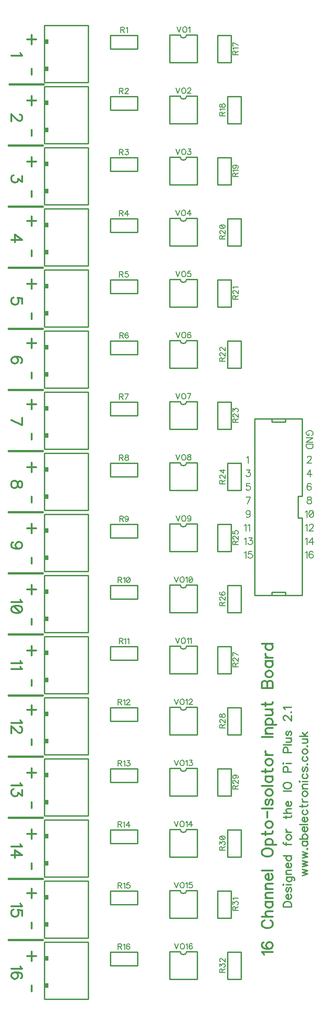
<source format=gbr>
G04 DipTrace 3.3.1.3*
G04 TopSilk.gbr*
%MOMM*%
G04 #@! TF.FileFunction,Legend,Top*
G04 #@! TF.Part,Single*
%ADD10C,0.25*%
%ADD13C,0.4*%
%ADD33C,0.15686*%
%ADD34C,0.31373*%
%ADD35C,0.23529*%
%ADD36C,0.19608*%
%FSLAX35Y35*%
G04*
G71*
G90*
G75*
G01*
G04 TopSilk*
%LPD*%
X755006Y18041803D2*
D10*
Y19109803D1*
X1575002D1*
Y18041803D1*
X755006D1*
G36*
X827339Y18331872D2*
X747392D1*
Y18252093D1*
X827339D1*
Y18331872D1*
G37*
G36*
Y18839706D2*
X747392D1*
Y18759927D1*
X827339D1*
Y18839706D1*
G37*
X755006Y16898803D2*
D10*
Y17966803D1*
X1575002D1*
Y16898803D1*
X755006D1*
G36*
X827339Y17188872D2*
X747392D1*
Y17109093D1*
X827339D1*
Y17188872D1*
G37*
G36*
Y17696706D2*
X747392D1*
Y17616927D1*
X827339D1*
Y17696706D1*
G37*
X755006Y15755803D2*
D10*
Y16823803D1*
X1575002D1*
Y15755803D1*
X755006D1*
G36*
X827339Y16045872D2*
X747392D1*
Y15966093D1*
X827339D1*
Y16045872D1*
G37*
G36*
Y16553706D2*
X747392D1*
Y16473927D1*
X827339D1*
Y16553706D1*
G37*
X755006Y14612803D2*
D10*
Y15680803D1*
X1575002D1*
Y14612803D1*
X755006D1*
G36*
X827339Y14902872D2*
X747392D1*
Y14823093D1*
X827339D1*
Y14902872D1*
G37*
G36*
Y15410706D2*
X747392D1*
Y15330927D1*
X827339D1*
Y15410706D1*
G37*
X755006Y13469803D2*
D10*
Y14537803D1*
X1575002D1*
Y13469803D1*
X755006D1*
G36*
X827339Y13759872D2*
X747392D1*
Y13680093D1*
X827339D1*
Y13759872D1*
G37*
G36*
Y14267706D2*
X747392D1*
Y14187927D1*
X827339D1*
Y14267706D1*
G37*
X755006Y12326803D2*
D10*
Y13394803D1*
X1575002D1*
Y12326803D1*
X755006D1*
G36*
X827339Y12616872D2*
X747392D1*
Y12537093D1*
X827339D1*
Y12616872D1*
G37*
G36*
Y13124706D2*
X747392D1*
Y13044927D1*
X827339D1*
Y13124706D1*
G37*
X755006Y11183803D2*
D10*
Y12251803D1*
X1575002D1*
Y11183803D1*
X755006D1*
G36*
X827339Y11473872D2*
X747392D1*
Y11394093D1*
X827339D1*
Y11473872D1*
G37*
G36*
Y11981706D2*
X747392D1*
Y11901927D1*
X827339D1*
Y11981706D1*
G37*
X755006Y10040803D2*
D10*
Y11108803D1*
X1575002D1*
Y10040803D1*
X755006D1*
G36*
X827339Y10330872D2*
X747392D1*
Y10251093D1*
X827339D1*
Y10330872D1*
G37*
G36*
Y10838706D2*
X747392D1*
Y10758927D1*
X827339D1*
Y10838706D1*
G37*
X755006Y8897803D2*
D10*
Y9965803D1*
X1575002D1*
Y8897803D1*
X755006D1*
G36*
X827339Y9187872D2*
X747392D1*
Y9108093D1*
X827339D1*
Y9187872D1*
G37*
G36*
Y9695706D2*
X747392D1*
Y9615927D1*
X827339D1*
Y9695706D1*
G37*
X755006Y7754803D2*
D10*
Y8822803D1*
X1575002D1*
Y7754803D1*
X755006D1*
G36*
X827339Y8044872D2*
X747392D1*
Y7965093D1*
X827339D1*
Y8044872D1*
G37*
G36*
Y8552706D2*
X747392D1*
Y8472927D1*
X827339D1*
Y8552706D1*
G37*
X755006Y6611803D2*
D10*
Y7679803D1*
X1575002D1*
Y6611803D1*
X755006D1*
G36*
X827339Y6901872D2*
X747392D1*
Y6822093D1*
X827339D1*
Y6901872D1*
G37*
G36*
Y7409706D2*
X747392D1*
Y7329927D1*
X827339D1*
Y7409706D1*
G37*
X755006Y5468803D2*
D10*
Y6536803D1*
X1575002D1*
Y5468803D1*
X755006D1*
G36*
X827339Y5758872D2*
X747392D1*
Y5679093D1*
X827339D1*
Y5758872D1*
G37*
G36*
Y6266706D2*
X747392D1*
Y6186927D1*
X827339D1*
Y6266706D1*
G37*
X755006Y4325803D2*
D10*
Y5393803D1*
X1575002D1*
Y4325803D1*
X755006D1*
G36*
X827339Y4615872D2*
X747392D1*
Y4536093D1*
X827339D1*
Y4615872D1*
G37*
G36*
Y5123706D2*
X747392D1*
Y5043927D1*
X827339D1*
Y5123706D1*
G37*
X755006Y3182803D2*
D10*
Y4250803D1*
X1575002D1*
Y3182803D1*
X755006D1*
G36*
X827339Y3472872D2*
X747392D1*
Y3393093D1*
X827339D1*
Y3472872D1*
G37*
G36*
Y3980706D2*
X747392D1*
Y3900927D1*
X827339D1*
Y3980706D1*
G37*
X755006Y2039803D2*
D10*
Y3107803D1*
X1575002D1*
Y2039803D1*
X755006D1*
G36*
X827339Y2329872D2*
X747392D1*
Y2250093D1*
X827339D1*
Y2329872D1*
G37*
G36*
Y2837706D2*
X747392D1*
Y2757927D1*
X827339D1*
Y2837706D1*
G37*
X755006Y896803D2*
D10*
Y1964803D1*
X1575002D1*
Y896803D1*
X755006D1*
G36*
X827339Y1186872D2*
X747392D1*
Y1107093D1*
X827339D1*
Y1186872D1*
G37*
G36*
Y1694706D2*
X747392D1*
Y1614927D1*
X827339D1*
Y1694706D1*
G37*
X5262665Y11747500D2*
D10*
Y11684762D1*
X5008372D2*
X5262665D1*
X5008372Y11747500D2*
Y11684762D1*
X5262665Y8508238D2*
Y8445500D1*
X5008372Y8508238D2*
X5262665D1*
X5008372D2*
Y8445500D1*
X4691009D2*
X5580028D1*
X4691009Y11747500D2*
X5580028D1*
X4691009D2*
Y8445500D1*
X5503539Y10301224D2*
X5580028D1*
X5503539D2*
Y9891776D1*
X5580028D1*
Y11747500D2*
Y10301224D1*
Y9891776D2*
Y8445500D1*
X1992707Y18923000D2*
X2499793D1*
Y18669000D2*
Y18923000D1*
X1992707Y18669000D2*
X2499793D1*
X1992707D2*
Y18923000D1*
Y17780000D2*
X2499793D1*
Y17526000D2*
Y17780000D1*
X1992707Y17526000D2*
X2499793D1*
X1992707D2*
Y17780000D1*
Y16637000D2*
X2499793D1*
Y16383000D2*
Y16637000D1*
X1992707Y16383000D2*
X2499793D1*
X1992707D2*
Y16637000D1*
Y15494000D2*
X2499793D1*
Y15240000D2*
Y15494000D1*
X1992707Y15240000D2*
X2499793D1*
X1992707D2*
Y15494000D1*
Y14351000D2*
X2499793D1*
Y14097000D2*
Y14351000D1*
X1992707Y14097000D2*
X2499793D1*
X1992707D2*
Y14351000D1*
Y13208000D2*
X2499793D1*
Y12954000D2*
Y13208000D1*
X1992707Y12954000D2*
X2499793D1*
X1992707D2*
Y13208000D1*
Y12065000D2*
X2499793D1*
Y11811000D2*
Y12065000D1*
X1992707Y11811000D2*
X2499793D1*
X1992707D2*
Y12065000D1*
Y10922000D2*
X2499793D1*
Y10668000D2*
Y10922000D1*
X1992707Y10668000D2*
X2499793D1*
X1992707D2*
Y10922000D1*
Y9779000D2*
X2499793D1*
Y9525000D2*
Y9779000D1*
X1992707Y9525000D2*
X2499793D1*
X1992707D2*
Y9779000D1*
Y8636000D2*
X2499793D1*
Y8382000D2*
Y8636000D1*
X1992707Y8382000D2*
X2499793D1*
X1992707D2*
Y8636000D1*
Y7493000D2*
X2499793D1*
Y7239000D2*
Y7493000D1*
X1992707Y7239000D2*
X2499793D1*
X1992707D2*
Y7493000D1*
Y6350000D2*
X2499793D1*
Y6096000D2*
Y6350000D1*
X1992707Y6096000D2*
X2499793D1*
X1992707D2*
Y6350000D1*
Y5207000D2*
X2499793D1*
Y4953000D2*
Y5207000D1*
X1992707Y4953000D2*
X2499793D1*
X1992707D2*
Y5207000D1*
Y4064000D2*
X2499793D1*
Y3810000D2*
Y4064000D1*
X1992707Y3810000D2*
X2499793D1*
X1992707D2*
Y4064000D1*
Y2921000D2*
X2499793D1*
Y2667000D2*
Y2921000D1*
X1992707Y2667000D2*
X2499793D1*
X1992707D2*
Y2921000D1*
Y1778000D2*
X2499793D1*
Y1524000D2*
Y1778000D1*
X1992707Y1524000D2*
X2499793D1*
X1992707D2*
Y1778000D1*
X4246500Y18922543D2*
Y18415457D1*
X3992500D2*
X4246500D1*
X3992500Y18922543D2*
Y18415457D1*
Y18922543D2*
X4246500D1*
X4437000Y17779543D2*
Y17272457D1*
X4183000D2*
X4437000D1*
X4183000Y17779543D2*
Y17272457D1*
Y17779543D2*
X4437000D1*
X4246500Y16636543D2*
Y16129457D1*
X3992500D2*
X4246500D1*
X3992500Y16636543D2*
Y16129457D1*
Y16636543D2*
X4246500D1*
X4437000Y15493543D2*
Y14986457D1*
X4183000D2*
X4437000D1*
X4183000Y15493543D2*
Y14986457D1*
Y15493543D2*
X4437000D1*
X4246500Y14350543D2*
Y13843457D1*
X3992500D2*
X4246500D1*
X3992500Y14350543D2*
Y13843457D1*
Y14350543D2*
X4246500D1*
X4437000Y13207543D2*
Y12700457D1*
X4183000D2*
X4437000D1*
X4183000Y13207543D2*
Y12700457D1*
Y13207543D2*
X4437000D1*
X4246500Y12064543D2*
Y11557457D1*
X3992500D2*
X4246500D1*
X3992500Y12064543D2*
Y11557457D1*
Y12064543D2*
X4246500D1*
X4437000Y10921543D2*
Y10414457D1*
X4183000D2*
X4437000D1*
X4183000Y10921543D2*
Y10414457D1*
Y10921543D2*
X4437000D1*
X4246500Y9778543D2*
Y9271457D1*
X3992500D2*
X4246500D1*
X3992500Y9778543D2*
Y9271457D1*
Y9778543D2*
X4246500D1*
X4437000Y8635543D2*
Y8128457D1*
X4183000D2*
X4437000D1*
X4183000Y8635543D2*
Y8128457D1*
Y8635543D2*
X4437000D1*
X4246500Y7492543D2*
Y6985457D1*
X3992500D2*
X4246500D1*
X3992500Y7492543D2*
Y6985457D1*
Y7492543D2*
X4246500D1*
X4437000Y6349543D2*
Y5842457D1*
X4183000D2*
X4437000D1*
X4183000Y6349543D2*
Y5842457D1*
Y6349543D2*
X4437000D1*
X4246500Y5206543D2*
Y4699457D1*
X3992500D2*
X4246500D1*
X3992500Y5206543D2*
Y4699457D1*
Y5206543D2*
X4246500D1*
X4437000Y4063543D2*
Y3556457D1*
X4183000D2*
X4437000D1*
X4183000Y4063543D2*
Y3556457D1*
Y4063543D2*
X4437000D1*
X4246500Y2920543D2*
Y2413457D1*
X3992500D2*
X4246500D1*
X3992500Y2920543D2*
Y2413457D1*
Y2920543D2*
X4246500D1*
X4437000Y1777543D2*
Y1270457D1*
X4183000D2*
X4437000D1*
X4183000Y1777543D2*
Y1270457D1*
Y1777543D2*
X4437000D1*
X3097489Y18929000D2*
Y18409000D1*
X3617511D1*
Y18929000D1*
X3417510D1*
X3297490D2*
X3097489D1*
X3297490D2*
G03X3417510Y18929000I60010J2D01*
G01*
X3097489Y17786000D2*
Y17266000D1*
X3617511D1*
Y17786000D1*
X3417510D1*
X3297490D2*
X3097489D1*
X3297490D2*
G03X3417510Y17786000I60010J2D01*
G01*
X3097489Y16643000D2*
Y16123000D1*
X3617511D1*
Y16643000D1*
X3417510D1*
X3297490D2*
X3097489D1*
X3297490D2*
G03X3417510Y16643000I60010J2D01*
G01*
X3097489Y15500000D2*
Y14980000D1*
X3617511D1*
Y15500000D1*
X3417510D1*
X3297490D2*
X3097489D1*
X3297490D2*
G03X3417510Y15500000I60010J2D01*
G01*
X3097489Y14357000D2*
Y13837000D1*
X3617511D1*
Y14357000D1*
X3417510D1*
X3297490D2*
X3097489D1*
X3297490D2*
G03X3417510Y14357000I60010J2D01*
G01*
X3097489Y13214000D2*
Y12694000D1*
X3617511D1*
Y13214000D1*
X3417510D1*
X3297490D2*
X3097489D1*
X3297490D2*
G03X3417510Y13214000I60010J2D01*
G01*
X3097489Y12071000D2*
Y11551000D1*
X3617511D1*
Y12071000D1*
X3417510D1*
X3297490D2*
X3097489D1*
X3297490D2*
G03X3417510Y12071000I60010J2D01*
G01*
X3097489Y10928000D2*
Y10408000D1*
X3617511D1*
Y10928000D1*
X3417510D1*
X3297490D2*
X3097489D1*
X3297490D2*
G03X3417510Y10928000I60010J2D01*
G01*
X3097489Y9785000D2*
Y9265000D1*
X3617511D1*
Y9785000D1*
X3417510D1*
X3297490D2*
X3097489D1*
X3297490D2*
G03X3417510Y9785000I60010J2D01*
G01*
X3097489Y8642000D2*
Y8122000D1*
X3617511D1*
Y8642000D1*
X3417510D1*
X3297490D2*
X3097489D1*
X3297490D2*
G03X3417510Y8642000I60010J2D01*
G01*
X3097489Y7499000D2*
Y6979000D1*
X3617511D1*
Y7499000D1*
X3417510D1*
X3297490D2*
X3097489D1*
X3297490D2*
G03X3417510Y7499000I60010J2D01*
G01*
X3097489Y6356000D2*
Y5836000D1*
X3617511D1*
Y6356000D1*
X3417510D1*
X3297490D2*
X3097489D1*
X3297490D2*
G03X3417510Y6356000I60010J2D01*
G01*
X3097489Y5213000D2*
Y4693000D1*
X3617511D1*
Y5213000D1*
X3417510D1*
X3297490D2*
X3097489D1*
X3297490D2*
G03X3417510Y5213000I60010J2D01*
G01*
X3097489Y4070000D2*
Y3550000D1*
X3617511D1*
Y4070000D1*
X3417510D1*
X3297490D2*
X3097489D1*
X3297490D2*
G03X3417510Y4070000I60010J2D01*
G01*
X3097489Y2927000D2*
Y2407000D1*
X3617511D1*
Y2927000D1*
X3417510D1*
X3297490D2*
X3097489D1*
X3297490D2*
G03X3417510Y2927000I60010J2D01*
G01*
X3097489Y1784000D2*
Y1264000D1*
X3617511D1*
Y1784000D1*
X3417510D1*
X3297490D2*
X3097489D1*
X3297490D2*
G03X3417510Y1784000I60010J2D01*
G01*
X738127Y18002250D2*
D13*
X103127D1*
X722250Y16859250D2*
X87250D1*
X722250Y15716250D2*
X87250D1*
X722250Y14573250D2*
X87250D1*
X722250Y13430250D2*
X87250D1*
X722250Y12287250D2*
X87250D1*
X722250Y11144250D2*
X87250D1*
X722250Y10001250D2*
X87250D1*
X722250Y8858250D2*
X87250D1*
X722250Y7715250D2*
X87250D1*
X722250Y6572250D2*
X87250D1*
X722250Y5429250D2*
X87250D1*
X722250Y4286250D2*
X87250D1*
X722250Y3143250D2*
X87250D1*
X722250Y2000250D2*
X87250D1*
X2184349Y19023160D2*
D33*
X2228037D1*
X2242637Y19028102D1*
X2247578Y19032931D1*
X2252408Y19042589D1*
Y19052360D1*
X2247578Y19062019D1*
X2242637Y19066960D1*
X2228037Y19071789D1*
X2184349D1*
Y18969702D1*
X2218378Y19023160D2*
X2252408Y18969702D1*
X2283780Y19052248D2*
X2293551Y19057189D1*
X2308151Y19071677D1*
Y18969702D1*
X2162505Y17880160D2*
X2206193D1*
X2220793Y17885102D1*
X2225734Y17889931D1*
X2230564Y17899589D1*
Y17909360D1*
X2225734Y17919019D1*
X2220793Y17923960D1*
X2206193Y17928789D1*
X2162505D1*
Y17826702D1*
X2196534Y17880160D2*
X2230564Y17826702D1*
X2266878Y17904419D2*
Y17909248D1*
X2271707Y17919019D1*
X2276536Y17923848D1*
X2286307Y17928677D1*
X2305736D1*
X2315395Y17923848D1*
X2320224Y17919019D1*
X2325166Y17909248D1*
Y17899589D1*
X2320224Y17889819D1*
X2310566Y17875331D1*
X2261936Y17826702D1*
X2329995D1*
X2162505Y16737160D2*
X2206193D1*
X2220793Y16742102D1*
X2225734Y16746931D1*
X2230564Y16756589D1*
Y16766360D1*
X2225734Y16776019D1*
X2220793Y16780960D1*
X2206193Y16785789D1*
X2162505D1*
Y16683702D1*
X2196534Y16737160D2*
X2230564Y16683702D1*
X2271707Y16785677D2*
X2325053D1*
X2295966Y16746819D1*
X2310566D1*
X2320224Y16741989D1*
X2325053Y16737160D1*
X2329995Y16722560D1*
Y16712902D1*
X2325053Y16698302D1*
X2315395Y16688531D1*
X2300795Y16683702D1*
X2286195D1*
X2271707Y16688531D1*
X2266878Y16693472D1*
X2261936Y16703131D1*
X2160091Y15594160D2*
X2203778D1*
X2218378Y15599102D1*
X2223320Y15603931D1*
X2228149Y15613589D1*
Y15623360D1*
X2223320Y15633019D1*
X2218378Y15637960D1*
X2203778Y15642789D1*
X2160091D1*
Y15540702D1*
X2194120Y15594160D2*
X2228149Y15540702D1*
X2308151D2*
Y15642677D1*
X2259522Y15574731D1*
X2332409D1*
X2162505Y14451160D2*
X2206193D1*
X2220793Y14456102D1*
X2225734Y14460931D1*
X2230564Y14470589D1*
Y14480360D1*
X2225734Y14490019D1*
X2220793Y14494960D1*
X2206193Y14499789D1*
X2162505D1*
Y14397702D1*
X2196534Y14451160D2*
X2230564Y14397702D1*
X2320224Y14499677D2*
X2271707D1*
X2266878Y14455989D1*
X2271707Y14460819D1*
X2286307Y14465760D1*
X2300795D1*
X2315395Y14460819D1*
X2325166Y14451160D1*
X2329995Y14436560D1*
Y14426902D1*
X2325166Y14412302D1*
X2315395Y14402531D1*
X2300795Y14397702D1*
X2286307D1*
X2271707Y14402531D1*
X2266878Y14407472D1*
X2261936Y14417131D1*
X2164976Y13308160D2*
X2208664D1*
X2223264Y13313102D1*
X2228205Y13317931D1*
X2233034Y13327589D1*
Y13337360D1*
X2228205Y13347019D1*
X2223264Y13351960D1*
X2208664Y13356789D1*
X2164976D1*
Y13254702D1*
X2199005Y13308160D2*
X2233034Y13254702D1*
X2322695Y13342189D2*
X2317866Y13351848D1*
X2303266Y13356677D1*
X2293607D1*
X2279007Y13351848D1*
X2269236Y13337248D1*
X2264407Y13312989D1*
Y13288731D1*
X2269236Y13269302D1*
X2279007Y13259531D1*
X2293607Y13254702D1*
X2298436D1*
X2312924Y13259531D1*
X2322695Y13269302D1*
X2327524Y13283902D1*
Y13288731D1*
X2322695Y13303331D1*
X2312924Y13312989D1*
X2298436Y13317819D1*
X2293607D1*
X2279007Y13312989D1*
X2269236Y13303331D1*
X2264407Y13288731D1*
X2162505Y12165160D2*
X2206193D1*
X2220793Y12170102D1*
X2225734Y12174931D1*
X2230564Y12184589D1*
Y12194360D1*
X2225734Y12204019D1*
X2220793Y12208960D1*
X2206193Y12213789D1*
X2162505D1*
Y12111702D1*
X2196534Y12165160D2*
X2230564Y12111702D1*
X2281366D2*
X2329995Y12213677D1*
X2261936D1*
X2162561Y11022160D2*
X2206249D1*
X2220849Y11027102D1*
X2225791Y11031931D1*
X2230620Y11041589D1*
Y11051360D1*
X2225791Y11061019D1*
X2220849Y11065960D1*
X2206249Y11070789D1*
X2162561D1*
Y10968702D1*
X2196591Y11022160D2*
X2230620Y10968702D1*
X2286251Y11070677D2*
X2271763Y11065848D1*
X2266822Y11056189D1*
Y11046419D1*
X2271763Y11036760D1*
X2281422Y11031819D1*
X2300851Y11026989D1*
X2315451Y11022160D1*
X2325109Y11012389D1*
X2329939Y11002731D1*
Y10988131D1*
X2325109Y10978472D1*
X2320280Y10973531D1*
X2305680Y10968702D1*
X2286251D1*
X2271763Y10973531D1*
X2266822Y10978472D1*
X2261992Y10988131D1*
Y11002731D1*
X2266822Y11012389D1*
X2276592Y11022160D1*
X2291080Y11026989D1*
X2310509Y11031819D1*
X2320280Y11036760D1*
X2325109Y11046419D1*
Y11056189D1*
X2320280Y11065848D1*
X2305680Y11070677D1*
X2286251D1*
X2164920Y9879160D2*
X2208608D1*
X2223208Y9884102D1*
X2228149Y9888931D1*
X2232978Y9898589D1*
Y9908360D1*
X2228149Y9918019D1*
X2223208Y9922960D1*
X2208608Y9927789D1*
X2164920D1*
Y9825702D1*
X2198949Y9879160D2*
X2232978Y9825702D1*
X2327580Y9893760D2*
X2322639Y9879160D1*
X2312980Y9869389D1*
X2298380Y9864560D1*
X2293551D1*
X2278951Y9869389D1*
X2269292Y9879160D1*
X2264351Y9893760D1*
Y9898589D1*
X2269292Y9913189D1*
X2278951Y9922848D1*
X2293551Y9927677D1*
X2298380D1*
X2312980Y9922848D1*
X2322639Y9913189D1*
X2327580Y9893760D1*
Y9869389D1*
X2322639Y9845131D1*
X2312980Y9830531D1*
X2298380Y9825702D1*
X2288722D1*
X2274122Y9830531D1*
X2269292Y9840302D1*
X2134634Y8736160D2*
X2178321D1*
X2192921Y8741102D1*
X2197863Y8745931D1*
X2202692Y8755589D1*
Y8765360D1*
X2197863Y8775019D1*
X2192921Y8779960D1*
X2178321Y8784789D1*
X2134634D1*
Y8682702D1*
X2168663Y8736160D2*
X2202692Y8682702D1*
X2234065Y8765248D2*
X2243835Y8770189D1*
X2258435Y8784677D1*
Y8682702D1*
X2319008Y8784677D2*
X2304408Y8779848D1*
X2294637Y8765248D1*
X2289808Y8740989D1*
Y8726389D1*
X2294637Y8702131D1*
X2304408Y8687531D1*
X2319008Y8682702D1*
X2328666D1*
X2343266Y8687531D1*
X2352925Y8702131D1*
X2357866Y8726389D1*
Y8740989D1*
X2352925Y8765248D1*
X2343266Y8779848D1*
X2328666Y8784677D1*
X2319008D1*
X2352925Y8765248D2*
X2294637Y8702131D1*
X2156477Y7593160D2*
X2200165D1*
X2214765Y7598102D1*
X2219707Y7602931D1*
X2224536Y7612589D1*
Y7622360D1*
X2219707Y7632019D1*
X2214765Y7636960D1*
X2200165Y7641789D1*
X2156477D1*
Y7539702D1*
X2190507Y7593160D2*
X2224536Y7539702D1*
X2255908Y7622248D2*
X2265679Y7627189D1*
X2280279Y7641677D1*
Y7539702D1*
X2311652Y7622248D2*
X2321423Y7627189D1*
X2336023Y7641677D1*
Y7539702D1*
X2134634Y6450160D2*
X2178321D1*
X2192921Y6455102D1*
X2197863Y6459931D1*
X2202692Y6469589D1*
Y6479360D1*
X2197863Y6489019D1*
X2192921Y6493960D1*
X2178321Y6498789D1*
X2134634D1*
Y6396702D1*
X2168663Y6450160D2*
X2202692Y6396702D1*
X2234065Y6479248D2*
X2243835Y6484189D1*
X2258435Y6498677D1*
Y6396702D1*
X2294749Y6474419D2*
Y6479248D1*
X2299579Y6489019D1*
X2304408Y6493848D1*
X2314179Y6498677D1*
X2333608D1*
X2343266Y6493848D1*
X2348096Y6489019D1*
X2353037Y6479248D1*
Y6469589D1*
X2348096Y6459819D1*
X2338437Y6445331D1*
X2289808Y6396702D1*
X2357866D1*
X2134634Y5307160D2*
X2178321D1*
X2192921Y5312102D1*
X2197863Y5316931D1*
X2202692Y5326589D1*
Y5336360D1*
X2197863Y5346019D1*
X2192921Y5350960D1*
X2178321Y5355789D1*
X2134634D1*
Y5253702D1*
X2168663Y5307160D2*
X2202692Y5253702D1*
X2234065Y5336248D2*
X2243835Y5341189D1*
X2258435Y5355677D1*
Y5253702D1*
X2299579Y5355677D2*
X2352925D1*
X2323837Y5316819D1*
X2338437D1*
X2348096Y5311989D1*
X2352925Y5307160D1*
X2357866Y5292560D1*
Y5282902D1*
X2352925Y5268302D1*
X2343266Y5258531D1*
X2328666Y5253702D1*
X2314066D1*
X2299579Y5258531D1*
X2294749Y5263472D1*
X2289808Y5273131D1*
X2132219Y4164160D2*
X2175907D1*
X2190507Y4169102D1*
X2195448Y4173931D1*
X2200277Y4183589D1*
Y4193360D1*
X2195448Y4203019D1*
X2190507Y4207960D1*
X2175907Y4212789D1*
X2132219D1*
Y4110702D1*
X2166248Y4164160D2*
X2200277Y4110702D1*
X2231650Y4193248D2*
X2241421Y4198189D1*
X2256021Y4212677D1*
Y4110702D1*
X2336023D2*
Y4212677D1*
X2287393Y4144731D1*
X2360281D1*
X2134634Y3021160D2*
X2178321D1*
X2192921Y3026102D1*
X2197863Y3030931D1*
X2202692Y3040589D1*
Y3050360D1*
X2197863Y3060019D1*
X2192921Y3064960D1*
X2178321Y3069789D1*
X2134634D1*
Y2967702D1*
X2168663Y3021160D2*
X2202692Y2967702D1*
X2234065Y3050248D2*
X2243835Y3055189D1*
X2258435Y3069677D1*
Y2967702D1*
X2348096Y3069677D2*
X2299579D1*
X2294749Y3025989D1*
X2299579Y3030819D1*
X2314179Y3035760D1*
X2328666D1*
X2343266Y3030819D1*
X2353037Y3021160D1*
X2357866Y3006560D1*
Y2996902D1*
X2353037Y2982302D1*
X2343266Y2972531D1*
X2328666Y2967702D1*
X2314179D1*
X2299579Y2972531D1*
X2294749Y2977472D1*
X2289808Y2987131D1*
X2137104Y1878160D2*
X2180792D1*
X2195392Y1883102D1*
X2200334Y1887931D1*
X2205163Y1897589D1*
Y1907360D1*
X2200334Y1917019D1*
X2195392Y1921960D1*
X2180792Y1926789D1*
X2137104D1*
Y1824702D1*
X2171134Y1878160D2*
X2205163Y1824702D1*
X2236535Y1907248D2*
X2246306Y1912189D1*
X2260906Y1926677D1*
Y1824702D1*
X2350566Y1912189D2*
X2345737Y1921848D1*
X2331137Y1926677D1*
X2321479D1*
X2306879Y1921848D1*
X2297108Y1907248D1*
X2292279Y1882989D1*
Y1858731D1*
X2297108Y1839302D1*
X2306879Y1829531D1*
X2321479Y1824702D1*
X2326308D1*
X2340796Y1829531D1*
X2350566Y1839302D1*
X2355396Y1853902D1*
Y1858731D1*
X2350566Y1873331D1*
X2340796Y1882989D1*
X2326308Y1887819D1*
X2321479D1*
X2306879Y1882989D1*
X2297108Y1873331D1*
X2292279Y1858731D1*
X4329589Y18557384D2*
Y18601072D1*
X4324648Y18615672D1*
X4319819Y18620613D1*
X4310160Y18625442D1*
X4300389D1*
X4290731Y18620613D1*
X4285789Y18615672D1*
X4280960Y18601072D1*
Y18557384D1*
X4383048D1*
X4329589Y18591413D2*
X4383048Y18625442D1*
X4300502Y18656815D2*
X4295560Y18666586D1*
X4281073Y18681186D1*
X4383048Y18681185D1*
Y18731987D2*
X4281073Y18780616D1*
Y18712558D1*
X4082840Y17414440D2*
Y17458128D1*
X4077899Y17472728D1*
X4073069Y17477669D1*
X4063411Y17482498D1*
X4053640D1*
X4043982Y17477669D1*
X4039040Y17472728D1*
X4034211Y17458128D1*
Y17414440D1*
X4136298D1*
X4082840Y17448469D2*
X4136299Y17482498D1*
X4053752Y17513871D2*
X4048811Y17523642D1*
X4034323Y17538242D1*
X4136298D1*
X4034323Y17593873D2*
X4039152Y17579385D1*
X4048811Y17574443D1*
X4058582D1*
X4068240Y17579385D1*
X4073182Y17589043D1*
X4078011Y17608473D1*
X4082840Y17623073D1*
X4092611Y17632731D1*
X4102269Y17637560D1*
X4116869D1*
X4126528Y17632731D1*
X4131469Y17627902D1*
X4136298Y17613302D1*
Y17593873D1*
X4131469Y17579385D1*
X4126528Y17574443D1*
X4116869Y17569614D1*
X4102269D1*
X4092611Y17574443D1*
X4082840Y17584214D1*
X4078011Y17598702D1*
X4073182Y17618131D1*
X4068240Y17627902D1*
X4058582Y17632731D1*
X4048811D1*
X4039152Y17627902D1*
X4034323Y17613302D1*
Y17593873D1*
X4329589Y16273799D2*
Y16317486D1*
X4324648Y16332086D1*
X4319819Y16337028D1*
X4310160Y16341857D1*
X4300389D1*
X4290731Y16337028D1*
X4285789Y16332086D1*
X4280960Y16317486D1*
Y16273799D1*
X4383048D1*
X4329589Y16307828D2*
X4383048Y16341857D1*
X4300502Y16373229D2*
X4295560Y16383000D1*
X4281073Y16397600D1*
X4383048D1*
X4314989Y16492202D2*
X4329589Y16487260D1*
X4339360Y16477602D1*
X4344189Y16463002D1*
Y16458173D1*
X4339360Y16443573D1*
X4329589Y16433914D1*
X4314989Y16428973D1*
X4310160D1*
X4295560Y16433914D1*
X4285902Y16443573D1*
X4281073Y16458173D1*
Y16463002D1*
X4285902Y16477602D1*
X4295560Y16487260D1*
X4314989Y16492202D1*
X4339360D1*
X4363619Y16487260D1*
X4378219Y16477602D1*
X4383048Y16463002D1*
Y16453343D1*
X4378219Y16438743D1*
X4368448Y16433914D1*
X4082840Y15106540D2*
Y15150228D1*
X4077899Y15164828D1*
X4073069Y15169769D1*
X4063411Y15174598D1*
X4053640D1*
X4043982Y15169769D1*
X4039040Y15164828D1*
X4034211Y15150228D1*
Y15106540D1*
X4136298D1*
X4082840Y15140569D2*
X4136299Y15174598D1*
X4058582Y15210912D2*
X4053752D1*
X4043982Y15215742D1*
X4039152Y15220571D1*
X4034323Y15230342D1*
Y15249771D1*
X4039152Y15259429D1*
X4043982Y15264259D1*
X4053752Y15269200D1*
X4063411D1*
X4073182Y15264259D1*
X4087669Y15254600D1*
X4136299Y15205971D1*
X4136298Y15274029D1*
X4034323Y15334602D2*
X4039152Y15320002D1*
X4053752Y15310231D1*
X4078011Y15305402D1*
X4092611D1*
X4116869Y15310231D1*
X4131469Y15320002D1*
X4136298Y15334602D1*
Y15344260D1*
X4131469Y15358860D1*
X4116869Y15368519D1*
X4092611Y15373460D1*
X4078011D1*
X4053752Y15368519D1*
X4039152Y15358860D1*
X4034323Y15344260D1*
Y15334602D1*
X4053752Y15368519D2*
X4116869Y15310231D1*
X4329589Y13985384D2*
Y14029072D1*
X4324648Y14043672D1*
X4319819Y14048613D1*
X4310160Y14053442D1*
X4300389D1*
X4290731Y14048613D1*
X4285789Y14043672D1*
X4280960Y14029072D1*
Y13985384D1*
X4383048D1*
X4329589Y14019413D2*
X4383048Y14053442D1*
X4305331Y14089756D2*
X4300502D1*
X4290731Y14094586D1*
X4285902Y14099415D1*
X4281073Y14109186D1*
Y14128615D1*
X4285902Y14138273D1*
X4290731Y14143102D1*
X4300502Y14148044D1*
X4310160D1*
X4319931Y14143102D1*
X4334419Y14133444D1*
X4383048Y14084815D1*
Y14152873D1*
X4300502Y14184246D2*
X4295560Y14194016D1*
X4281073Y14208616D1*
X4383048D1*
X4082840Y12820540D2*
Y12864228D1*
X4077899Y12878828D1*
X4073069Y12883769D1*
X4063411Y12888598D1*
X4053640D1*
X4043982Y12883769D1*
X4039040Y12878828D1*
X4034211Y12864228D1*
Y12820540D1*
X4136298D1*
X4082840Y12854569D2*
X4136299Y12888598D1*
X4058582Y12924912D2*
X4053752D1*
X4043982Y12929742D1*
X4039152Y12934571D1*
X4034323Y12944342D1*
Y12963771D1*
X4039152Y12973429D1*
X4043982Y12978259D1*
X4053752Y12983200D1*
X4063411D1*
X4073182Y12978259D1*
X4087669Y12968600D1*
X4136299Y12919971D1*
X4136298Y12988029D1*
X4058582Y13024343D2*
X4053752D1*
X4043982Y13029173D1*
X4039152Y13034002D1*
X4034323Y13043773D1*
Y13063202D1*
X4039152Y13072860D1*
X4043982Y13077690D1*
X4053752Y13082631D1*
X4063411D1*
X4073182Y13077690D1*
X4087669Y13068031D1*
X4136298Y13019402D1*
Y13087460D1*
X4329589Y11677540D2*
Y11721228D1*
X4324648Y11735828D1*
X4319819Y11740769D1*
X4310160Y11745598D1*
X4300389D1*
X4290731Y11740769D1*
X4285789Y11735828D1*
X4280960Y11721228D1*
Y11677540D1*
X4383048D1*
X4329589Y11711569D2*
X4383048Y11745598D1*
X4305331Y11781912D2*
X4300502D1*
X4290731Y11786742D1*
X4285902Y11791571D1*
X4281073Y11801342D1*
Y11820771D1*
X4285902Y11830429D1*
X4290731Y11835259D1*
X4300502Y11840200D1*
X4310160D1*
X4319931Y11835259D1*
X4334419Y11825600D1*
X4383048Y11776971D1*
Y11845029D1*
X4281073Y11886173D2*
Y11939519D1*
X4319931Y11910431D1*
Y11925031D1*
X4324760Y11934690D1*
X4329589Y11939519D1*
X4344189Y11944460D1*
X4353848D1*
X4368448Y11939519D1*
X4378219Y11929860D1*
X4383048Y11915260D1*
Y11900660D1*
X4378219Y11886173D1*
X4373277Y11881343D1*
X4363619Y11876402D1*
X4082840Y10532125D2*
Y10575813D1*
X4077899Y10590413D1*
X4073069Y10595355D1*
X4063411Y10600184D1*
X4053640D1*
X4043982Y10595355D1*
X4039040Y10590413D1*
X4034211Y10575813D1*
Y10532125D1*
X4136298D1*
X4082840Y10566155D2*
X4136299Y10600184D1*
X4058582Y10636498D2*
X4053752D1*
X4043982Y10641327D1*
X4039152Y10646156D1*
X4034323Y10655927D1*
Y10675356D1*
X4039152Y10685015D1*
X4043982Y10689844D1*
X4053752Y10694786D1*
X4063411Y10694785D1*
X4073182Y10689844D1*
X4087669Y10680185D1*
X4136299Y10631556D1*
X4136298Y10699615D1*
Y10779616D2*
X4034323D1*
X4102269Y10730987D1*
Y10803875D1*
X4329589Y9391540D2*
Y9435228D1*
X4324648Y9449828D1*
X4319819Y9454769D1*
X4310160Y9459598D1*
X4300389D1*
X4290731Y9454769D1*
X4285789Y9449828D1*
X4280960Y9435228D1*
Y9391540D1*
X4383048D1*
X4329589Y9425569D2*
X4383048Y9459598D1*
X4305331Y9495912D2*
X4300502D1*
X4290731Y9500742D1*
X4285902Y9505571D1*
X4281073Y9515342D1*
Y9534771D1*
X4285902Y9544429D1*
X4290731Y9549259D1*
X4300502Y9554200D1*
X4310160D1*
X4319931Y9549259D1*
X4334419Y9539600D1*
X4383048Y9490971D1*
Y9559029D1*
X4281073Y9648690D2*
Y9600173D1*
X4324760Y9595343D1*
X4319931Y9600173D1*
X4314989Y9614773D1*
Y9629260D1*
X4319931Y9643860D1*
X4329589Y9653631D1*
X4344189Y9658460D1*
X4353848D1*
X4368448Y9653631D1*
X4378219Y9643860D1*
X4383048Y9629260D1*
Y9614773D1*
X4378219Y9600173D1*
X4373277Y9595343D1*
X4363619Y9590402D1*
X4082840Y8251011D2*
Y8294698D1*
X4077899Y8309298D1*
X4073069Y8314240D1*
X4063411Y8319069D1*
X4053640D1*
X4043982Y8314240D1*
X4039040Y8309299D1*
X4034211Y8294699D1*
Y8251011D1*
X4136298D1*
X4082840Y8285040D2*
X4136299Y8319069D1*
X4058582Y8355383D2*
X4053752D1*
X4043982Y8360213D1*
X4039152Y8365042D1*
X4034323Y8374812D1*
Y8394242D1*
X4039152Y8403900D1*
X4043982Y8408729D1*
X4053752Y8413671D1*
X4063411D1*
X4073182Y8408729D1*
X4087669Y8399071D1*
X4136299Y8350442D1*
X4136298Y8418500D1*
X4048811Y8508160D2*
X4039152Y8503331D1*
X4034323Y8488731D1*
Y8479073D1*
X4039152Y8464473D1*
X4053752Y8454702D1*
X4078011Y8449873D1*
X4102269D1*
X4121698Y8454702D1*
X4131469Y8464473D1*
X4136298Y8479073D1*
Y8483902D1*
X4131469Y8498389D1*
X4121698Y8508160D1*
X4107098Y8512989D1*
X4102269D1*
X4087669Y8508160D1*
X4078011Y8498390D1*
X4073182Y8483902D1*
Y8479073D1*
X4078011Y8464473D1*
X4087669Y8454702D1*
X4102269Y8449873D1*
X4329589Y7112440D2*
Y7156128D1*
X4324648Y7170728D1*
X4319819Y7175669D1*
X4310160Y7180498D1*
X4300389D1*
X4290731Y7175669D1*
X4285789Y7170728D1*
X4280960Y7156128D1*
Y7112440D1*
X4383048D1*
X4329589Y7146469D2*
X4383048Y7180498D1*
X4305331Y7216812D2*
X4300502D1*
X4290731Y7221642D1*
X4285902Y7226471D1*
X4281073Y7236242D1*
Y7255671D1*
X4285902Y7265329D1*
X4290731Y7270159D1*
X4300502Y7275100D1*
X4310160D1*
X4319931Y7270159D1*
X4334419Y7260500D1*
X4383048Y7211871D1*
Y7279929D1*
Y7330731D2*
X4281073Y7379360D1*
Y7311302D1*
X4082840Y5962596D2*
Y6006284D1*
X4077899Y6020884D1*
X4073069Y6025825D1*
X4063411Y6030655D1*
X4053640D1*
X4043982Y6025825D1*
X4039040Y6020884D1*
X4034211Y6006284D1*
Y5962596D1*
X4136298D1*
X4082840Y5996625D2*
X4136299Y6030654D1*
X4058582Y6066969D2*
X4053752D1*
X4043982Y6071798D1*
X4039152Y6076627D1*
X4034323Y6086398D1*
Y6105827D1*
X4039152Y6115486D1*
X4043982Y6120315D1*
X4053752Y6125256D1*
X4063411D1*
X4073182Y6120315D1*
X4087669Y6110656D1*
X4136299Y6062027D1*
X4136298Y6130085D1*
X4034323Y6185716D2*
X4039152Y6171229D1*
X4048811Y6166287D1*
X4058582D1*
X4068240Y6171229D1*
X4073182Y6180887D1*
X4078011Y6200316D1*
X4082840Y6214916D1*
X4092611Y6224575D1*
X4102269Y6229404D1*
X4116869D1*
X4126528Y6224575D1*
X4131469Y6219746D1*
X4136298Y6205146D1*
Y6185716D1*
X4131469Y6171229D1*
X4126528Y6166287D1*
X4116869Y6161458D1*
X4102269D1*
X4092611Y6166287D1*
X4082840Y6176058D1*
X4078011Y6190546D1*
X4073182Y6209975D1*
X4068240Y6219746D1*
X4058582Y6224575D1*
X4048811D1*
X4039152Y6219746D1*
X4034323Y6205146D1*
Y6185716D1*
X4329589Y4821955D2*
Y4865642D1*
X4324648Y4880242D1*
X4319819Y4885184D1*
X4310160Y4890013D1*
X4300389D1*
X4290731Y4885184D1*
X4285789Y4880242D1*
X4280960Y4865642D1*
Y4821955D1*
X4383048D1*
X4329589Y4855984D2*
X4383048Y4890013D1*
X4305331Y4926327D2*
X4300502D1*
X4290731Y4931156D1*
X4285902Y4935986D1*
X4281073Y4945756D1*
Y4965186D1*
X4285902Y4974844D1*
X4290731Y4979673D1*
X4300502Y4984615D1*
X4310160D1*
X4319931Y4979673D1*
X4334419Y4970015D1*
X4383048Y4921385D1*
Y4989444D1*
X4314989Y5084046D2*
X4329589Y5079104D1*
X4339360Y5069446D1*
X4344189Y5054846D1*
Y5050016D1*
X4339360Y5035416D1*
X4329589Y5025758D1*
X4314989Y5020816D1*
X4310160D1*
X4295560Y5025758D1*
X4285902Y5035416D1*
X4281073Y5050016D1*
Y5054846D1*
X4285902Y5069446D1*
X4295560Y5079104D1*
X4314989Y5084046D1*
X4339360D1*
X4363619Y5079104D1*
X4378219Y5069446D1*
X4383048Y5054846D1*
Y5045187D1*
X4378219Y5030587D1*
X4368448Y5025758D1*
X4082840Y3676540D2*
Y3720228D1*
X4077899Y3734828D1*
X4073069Y3739769D1*
X4063411Y3744598D1*
X4053640D1*
X4043982Y3739769D1*
X4039040Y3734828D1*
X4034211Y3720228D1*
Y3676540D1*
X4136298D1*
X4082840Y3710569D2*
X4136299Y3744598D1*
X4034323Y3785742D2*
Y3839088D1*
X4073182Y3810000D1*
Y3824600D1*
X4078011Y3834259D1*
X4082840Y3839088D1*
X4097440Y3844029D1*
X4107099D1*
X4121699Y3839088D1*
X4131469Y3829429D1*
X4136298Y3814829D1*
Y3800229D1*
X4131469Y3785742D1*
X4126528Y3780912D1*
X4116869Y3775971D1*
X4034323Y3904602D2*
X4039152Y3890002D1*
X4053752Y3880231D1*
X4078011Y3875402D1*
X4092611D1*
X4116869Y3880231D1*
X4131469Y3890002D1*
X4136298Y3904602D1*
Y3914260D1*
X4131469Y3928860D1*
X4116869Y3938519D1*
X4092611Y3943460D1*
X4078011D1*
X4053752Y3938519D1*
X4039152Y3928860D1*
X4034323Y3914260D1*
Y3904602D1*
X4053752Y3938519D2*
X4116869Y3880231D1*
X4329589Y2555384D2*
Y2599072D1*
X4324648Y2613672D1*
X4319819Y2618613D1*
X4310160Y2623442D1*
X4300389D1*
X4290731Y2618613D1*
X4285789Y2613672D1*
X4280960Y2599072D1*
Y2555384D1*
X4383048D1*
X4329589Y2589413D2*
X4383048Y2623442D1*
X4281073Y2664586D2*
Y2717932D1*
X4319931Y2688844D1*
Y2703444D1*
X4324760Y2713102D1*
X4329589Y2717932D1*
X4344189Y2722873D1*
X4353848D1*
X4368448Y2717932D1*
X4378219Y2708273D1*
X4383048Y2693673D1*
Y2679073D1*
X4378219Y2664585D1*
X4373277Y2659756D1*
X4363619Y2654815D1*
X4300502Y2754246D2*
X4295560Y2764016D1*
X4281073Y2778616D1*
X4383048D1*
X4082840Y1390540D2*
Y1434228D1*
X4077899Y1448828D1*
X4073069Y1453769D1*
X4063411Y1458598D1*
X4053640D1*
X4043982Y1453769D1*
X4039040Y1448828D1*
X4034211Y1434228D1*
Y1390540D1*
X4136298D1*
X4082840Y1424569D2*
X4136299Y1458598D1*
X4034323Y1499742D2*
Y1553088D1*
X4073182Y1524000D1*
Y1538600D1*
X4078011Y1548259D1*
X4082840Y1553088D1*
X4097440Y1558029D1*
X4107099D1*
X4121699Y1553088D1*
X4131469Y1543429D1*
X4136298Y1528829D1*
Y1514229D1*
X4131469Y1499742D1*
X4126528Y1494912D1*
X4116869Y1489971D1*
X4058582Y1594343D2*
X4053752D1*
X4043982Y1599173D1*
X4039152Y1604002D1*
X4034323Y1613773D1*
Y1633202D1*
X4039152Y1642860D1*
X4043982Y1647690D1*
X4053752Y1652631D1*
X4063411D1*
X4073182Y1647690D1*
X4087669Y1638031D1*
X4136298Y1589402D1*
Y1657460D1*
X3236225Y19077789D2*
X3275084Y18975702D1*
X3313942Y19077789D1*
X3374515D2*
X3364744Y19072960D1*
X3355085Y19063189D1*
X3350144Y19053531D1*
X3345315Y19038931D1*
Y19014560D1*
X3350144Y19000072D1*
X3355085Y18990302D1*
X3364744Y18980643D1*
X3374515Y18975702D1*
X3393944D1*
X3403602Y18980643D1*
X3413373Y18990302D1*
X3418202Y19000072D1*
X3423032Y19014560D1*
Y19038931D1*
X3418202Y19053531D1*
X3413373Y19063189D1*
X3403602Y19072960D1*
X3393944Y19077789D1*
X3374515D1*
X3454404Y19058248D2*
X3464175Y19063189D1*
X3478775Y19077677D1*
Y18975702D1*
X3214381Y17934789D2*
X3253240Y17832702D1*
X3292098Y17934789D1*
X3352671D2*
X3342900Y17929960D1*
X3333242Y17920189D1*
X3328300Y17910531D1*
X3323471Y17895931D1*
Y17871560D1*
X3328300Y17857072D1*
X3333242Y17847302D1*
X3342900Y17837643D1*
X3352671Y17832702D1*
X3372100D1*
X3381758Y17837643D1*
X3391529Y17847302D1*
X3396358Y17857072D1*
X3401188Y17871560D1*
Y17895931D1*
X3396358Y17910531D1*
X3391529Y17920189D1*
X3381758Y17929960D1*
X3372100Y17934789D1*
X3352671D1*
X3437502Y17910419D2*
Y17915248D1*
X3442331Y17925019D1*
X3447160Y17929848D1*
X3456931Y17934677D1*
X3476360D1*
X3486019Y17929848D1*
X3490848Y17925019D1*
X3495789Y17915248D1*
Y17905589D1*
X3490848Y17895819D1*
X3481189Y17881331D1*
X3432560Y17832702D1*
X3500619D1*
X3214381Y16791789D2*
X3253240Y16689702D1*
X3292098Y16791789D1*
X3352671D2*
X3342900Y16786960D1*
X3333242Y16777189D1*
X3328300Y16767531D1*
X3323471Y16752931D1*
Y16728560D1*
X3328300Y16714072D1*
X3333242Y16704302D1*
X3342900Y16694643D1*
X3352671Y16689702D1*
X3372100D1*
X3381758Y16694643D1*
X3391529Y16704302D1*
X3396358Y16714072D1*
X3401188Y16728560D1*
Y16752931D1*
X3396358Y16767531D1*
X3391529Y16777189D1*
X3381758Y16786960D1*
X3372100Y16791789D1*
X3352671D1*
X3442331Y16791677D2*
X3495677D1*
X3466589Y16752819D1*
X3481189D1*
X3490848Y16747989D1*
X3495677Y16743160D1*
X3500619Y16728560D1*
Y16718902D1*
X3495677Y16704302D1*
X3486019Y16694531D1*
X3471419Y16689702D1*
X3456819D1*
X3442331Y16694531D1*
X3437502Y16699472D1*
X3432560Y16709131D1*
X3211967Y15648789D2*
X3250825Y15546702D1*
X3289684Y15648789D1*
X3350256D2*
X3340485Y15643960D1*
X3330827Y15634189D1*
X3325885Y15624531D1*
X3321056Y15609931D1*
Y15585560D1*
X3325885Y15571072D1*
X3330827Y15561302D1*
X3340485Y15551643D1*
X3350256Y15546702D1*
X3369685D1*
X3379344Y15551643D1*
X3389115Y15561302D1*
X3393944Y15571072D1*
X3398773Y15585560D1*
Y15609931D1*
X3393944Y15624531D1*
X3389115Y15634189D1*
X3379344Y15643960D1*
X3369685Y15648789D1*
X3350256D1*
X3478775Y15546702D2*
Y15648677D1*
X3430146Y15580731D1*
X3503033D1*
X3214381Y14505789D2*
X3253240Y14403702D1*
X3292098Y14505789D1*
X3352671D2*
X3342900Y14500960D1*
X3333242Y14491189D1*
X3328300Y14481531D1*
X3323471Y14466931D1*
Y14442560D1*
X3328300Y14428072D1*
X3333242Y14418302D1*
X3342900Y14408643D1*
X3352671Y14403702D1*
X3372100D1*
X3381758Y14408643D1*
X3391529Y14418302D1*
X3396358Y14428072D1*
X3401188Y14442560D1*
Y14466931D1*
X3396358Y14481531D1*
X3391529Y14491189D1*
X3381758Y14500960D1*
X3372100Y14505789D1*
X3352671D1*
X3490848Y14505677D2*
X3442331D1*
X3437502Y14461989D1*
X3442331Y14466819D1*
X3456931Y14471760D1*
X3471419D1*
X3486019Y14466819D1*
X3495789Y14457160D1*
X3500619Y14442560D1*
Y14432902D1*
X3495789Y14418302D1*
X3486019Y14408531D1*
X3471419Y14403702D1*
X3456931D1*
X3442331Y14408531D1*
X3437502Y14413472D1*
X3432560Y14423131D1*
X3216852Y13362789D2*
X3255711Y13260702D1*
X3294569Y13362789D1*
X3355142D2*
X3345371Y13357960D1*
X3335712Y13348189D1*
X3330771Y13338531D1*
X3325942Y13323931D1*
Y13299560D1*
X3330771Y13285072D1*
X3335712Y13275302D1*
X3345371Y13265643D1*
X3355142Y13260702D1*
X3374571D1*
X3384229Y13265643D1*
X3394000Y13275302D1*
X3398829Y13285072D1*
X3403658Y13299560D1*
Y13323931D1*
X3398829Y13338531D1*
X3394000Y13348189D1*
X3384229Y13357960D1*
X3374571Y13362789D1*
X3355142D1*
X3493319Y13348189D2*
X3488489Y13357848D1*
X3473889Y13362677D1*
X3464231D1*
X3449631Y13357848D1*
X3439860Y13343248D1*
X3435031Y13318989D1*
Y13294731D1*
X3439860Y13275302D1*
X3449631Y13265531D1*
X3464231Y13260702D1*
X3469060D1*
X3483548Y13265531D1*
X3493319Y13275302D1*
X3498148Y13289902D1*
Y13294731D1*
X3493319Y13309331D1*
X3483548Y13318989D1*
X3469060Y13323819D1*
X3464231D1*
X3449631Y13318989D1*
X3439860Y13309331D1*
X3435031Y13294731D1*
X3214381Y12219789D2*
X3253240Y12117702D1*
X3292098Y12219789D1*
X3352671D2*
X3342900Y12214960D1*
X3333242Y12205189D1*
X3328300Y12195531D1*
X3323471Y12180931D1*
Y12156560D1*
X3328300Y12142072D1*
X3333242Y12132302D1*
X3342900Y12122643D1*
X3352671Y12117702D1*
X3372100D1*
X3381758Y12122643D1*
X3391529Y12132302D1*
X3396358Y12142072D1*
X3401188Y12156560D1*
Y12180931D1*
X3396358Y12195531D1*
X3391529Y12205189D1*
X3381758Y12214960D1*
X3372100Y12219789D1*
X3352671D1*
X3451989Y12117702D2*
X3500619Y12219677D1*
X3432560D1*
X3214437Y11076789D2*
X3253296Y10974702D1*
X3292154Y11076789D1*
X3352727D2*
X3342956Y11071960D1*
X3333298Y11062189D1*
X3328356Y11052531D1*
X3323527Y11037931D1*
Y11013560D1*
X3328356Y10999072D1*
X3333298Y10989302D1*
X3342956Y10979643D1*
X3352727Y10974702D1*
X3372156D1*
X3381815Y10979643D1*
X3391585Y10989302D1*
X3396415Y10999072D1*
X3401244Y11013560D1*
Y11037931D1*
X3396415Y11052531D1*
X3391585Y11062189D1*
X3381815Y11071960D1*
X3372156Y11076789D1*
X3352727D1*
X3456875Y11076677D2*
X3442387Y11071848D1*
X3437446Y11062189D1*
Y11052419D1*
X3442387Y11042760D1*
X3452046Y11037819D1*
X3471475Y11032989D1*
X3486075Y11028160D1*
X3495733Y11018389D1*
X3500563Y11008731D1*
Y10994131D1*
X3495733Y10984472D1*
X3490904Y10979531D1*
X3476304Y10974702D1*
X3456875D1*
X3442387Y10979531D1*
X3437446Y10984472D1*
X3432616Y10994131D1*
Y11008731D1*
X3437446Y11018389D1*
X3447216Y11028160D1*
X3461704Y11032989D1*
X3481133Y11037819D1*
X3490904Y11042760D1*
X3495733Y11052419D1*
Y11062189D1*
X3490904Y11071848D1*
X3476304Y11076677D1*
X3456875D1*
X3216796Y9933789D2*
X3255654Y9831702D1*
X3294513Y9933789D1*
X3355085D2*
X3345315Y9928960D1*
X3335656Y9919189D1*
X3330715Y9909531D1*
X3325885Y9894931D1*
Y9870560D1*
X3330715Y9856072D1*
X3335656Y9846302D1*
X3345315Y9836643D1*
X3355085Y9831702D1*
X3374515D1*
X3384173Y9836643D1*
X3393944Y9846302D1*
X3398773Y9856072D1*
X3403602Y9870560D1*
Y9894931D1*
X3398773Y9909531D1*
X3393944Y9919189D1*
X3384173Y9928960D1*
X3374515Y9933789D1*
X3355085D1*
X3498204Y9899760D2*
X3493263Y9885160D1*
X3483604Y9875389D1*
X3469004Y9870560D1*
X3464175D1*
X3449575Y9875389D1*
X3439916Y9885160D1*
X3434975Y9899760D1*
Y9904589D1*
X3439916Y9919189D1*
X3449575Y9928848D1*
X3464175Y9933677D1*
X3469004D1*
X3483604Y9928848D1*
X3493263Y9919189D1*
X3498204Y9899760D1*
Y9875389D1*
X3493263Y9851131D1*
X3483604Y9836531D1*
X3469004Y9831702D1*
X3459346D1*
X3444746Y9836531D1*
X3439916Y9846302D1*
X3186510Y8790789D2*
X3225368Y8688702D1*
X3264227Y8790789D1*
X3324799D2*
X3315028Y8785960D1*
X3305370Y8776189D1*
X3300428Y8766531D1*
X3295599Y8751931D1*
Y8727560D1*
X3300428Y8713072D1*
X3305370Y8703302D1*
X3315028Y8693643D1*
X3324799Y8688702D1*
X3344228D1*
X3353887Y8693643D1*
X3363658Y8703302D1*
X3368487Y8713072D1*
X3373316Y8727560D1*
Y8751931D1*
X3368487Y8766531D1*
X3363658Y8776189D1*
X3353887Y8785960D1*
X3344228Y8790789D1*
X3324799D1*
X3404689Y8771248D2*
X3414459Y8776189D1*
X3429059Y8790677D1*
Y8688702D1*
X3489632Y8790677D2*
X3475032Y8785848D1*
X3465261Y8771248D1*
X3460432Y8746989D1*
Y8732389D1*
X3465261Y8708131D1*
X3475032Y8693531D1*
X3489632Y8688702D1*
X3499290D1*
X3513890Y8693531D1*
X3523549Y8708131D1*
X3528490Y8732389D1*
Y8746989D1*
X3523549Y8771248D1*
X3513890Y8785848D1*
X3499290Y8790677D1*
X3489632D1*
X3523549Y8771248D2*
X3465261Y8708131D1*
X3208353Y7647789D2*
X3247212Y7545702D1*
X3286070Y7647789D1*
X3346643D2*
X3336872Y7642960D1*
X3327214Y7633189D1*
X3322272Y7623531D1*
X3317443Y7608931D1*
Y7584560D1*
X3322272Y7570072D1*
X3327214Y7560302D1*
X3336872Y7550643D1*
X3346643Y7545702D1*
X3366072D1*
X3375731Y7550643D1*
X3385501Y7560302D1*
X3390331Y7570072D1*
X3395160Y7584560D1*
Y7608931D1*
X3390331Y7623531D1*
X3385501Y7633189D1*
X3375731Y7642960D1*
X3366072Y7647789D1*
X3346643D1*
X3426532Y7628248D2*
X3436303Y7633189D1*
X3450903Y7647677D1*
Y7545702D1*
X3482276Y7628248D2*
X3492047Y7633189D1*
X3506647Y7647677D1*
Y7545702D1*
X3186510Y6504789D2*
X3225368Y6402702D1*
X3264227Y6504789D1*
X3324799D2*
X3315028Y6499960D1*
X3305370Y6490189D1*
X3300428Y6480531D1*
X3295599Y6465931D1*
Y6441560D1*
X3300428Y6427072D1*
X3305370Y6417302D1*
X3315028Y6407643D1*
X3324799Y6402702D1*
X3344228D1*
X3353887Y6407643D1*
X3363658Y6417302D1*
X3368487Y6427072D1*
X3373316Y6441560D1*
Y6465931D1*
X3368487Y6480531D1*
X3363658Y6490189D1*
X3353887Y6499960D1*
X3344228Y6504789D1*
X3324799D1*
X3404689Y6485248D2*
X3414459Y6490189D1*
X3429059Y6504677D1*
Y6402702D1*
X3465373Y6480419D2*
Y6485248D1*
X3470203Y6495019D1*
X3475032Y6499848D1*
X3484803Y6504677D1*
X3504232D1*
X3513890Y6499848D1*
X3518720Y6495019D1*
X3523661Y6485248D1*
Y6475589D1*
X3518720Y6465819D1*
X3509061Y6451331D1*
X3460432Y6402702D1*
X3528490D1*
X3186510Y5361789D2*
X3225368Y5259702D1*
X3264227Y5361789D1*
X3324799D2*
X3315028Y5356960D1*
X3305370Y5347189D1*
X3300428Y5337531D1*
X3295599Y5322931D1*
Y5298560D1*
X3300428Y5284072D1*
X3305370Y5274302D1*
X3315028Y5264643D1*
X3324799Y5259702D1*
X3344228D1*
X3353887Y5264643D1*
X3363658Y5274302D1*
X3368487Y5284072D1*
X3373316Y5298560D1*
Y5322931D1*
X3368487Y5337531D1*
X3363658Y5347189D1*
X3353887Y5356960D1*
X3344228Y5361789D1*
X3324799D1*
X3404689Y5342248D2*
X3414459Y5347189D1*
X3429059Y5361677D1*
Y5259702D1*
X3470203Y5361677D2*
X3523549D1*
X3494461Y5322819D1*
X3509061D1*
X3518720Y5317989D1*
X3523549Y5313160D1*
X3528490Y5298560D1*
Y5288902D1*
X3523549Y5274302D1*
X3513890Y5264531D1*
X3499290Y5259702D1*
X3484690D1*
X3470203Y5264531D1*
X3465373Y5269472D1*
X3460432Y5279131D1*
X3184095Y4218789D2*
X3222953Y4116702D1*
X3261812Y4218789D1*
X3322384D2*
X3312614Y4213960D1*
X3302955Y4204189D1*
X3298014Y4194531D1*
X3293184Y4179931D1*
Y4155560D1*
X3298014Y4141072D1*
X3302955Y4131302D1*
X3312614Y4121643D1*
X3322384Y4116702D1*
X3341814D1*
X3351472Y4121643D1*
X3361243Y4131302D1*
X3366072Y4141072D1*
X3370901Y4155560D1*
Y4179931D1*
X3366072Y4194531D1*
X3361243Y4204189D1*
X3351472Y4213960D1*
X3341814Y4218789D1*
X3322384D1*
X3402274Y4199248D2*
X3412045Y4204189D1*
X3426645Y4218677D1*
Y4116702D1*
X3506647D2*
Y4218677D1*
X3458017Y4150731D1*
X3530905D1*
X3186510Y3075789D2*
X3225368Y2973702D1*
X3264227Y3075789D1*
X3324799D2*
X3315028Y3070960D1*
X3305370Y3061189D1*
X3300428Y3051531D1*
X3295599Y3036931D1*
Y3012560D1*
X3300428Y2998072D1*
X3305370Y2988302D1*
X3315028Y2978643D1*
X3324799Y2973702D1*
X3344228D1*
X3353887Y2978643D1*
X3363658Y2988302D1*
X3368487Y2998072D1*
X3373316Y3012560D1*
Y3036931D1*
X3368487Y3051531D1*
X3363658Y3061189D1*
X3353887Y3070960D1*
X3344228Y3075789D1*
X3324799D1*
X3404689Y3056248D2*
X3414459Y3061189D1*
X3429059Y3075677D1*
Y2973702D1*
X3518720Y3075677D2*
X3470203D1*
X3465373Y3031989D1*
X3470203Y3036819D1*
X3484803Y3041760D1*
X3499290D1*
X3513890Y3036819D1*
X3523661Y3027160D1*
X3528490Y3012560D1*
Y3002902D1*
X3523661Y2988302D1*
X3513890Y2978531D1*
X3499290Y2973702D1*
X3484803D1*
X3470203Y2978531D1*
X3465373Y2983472D1*
X3460432Y2993131D1*
X3188980Y1932789D2*
X3227839Y1830702D1*
X3266697Y1932789D1*
X3327270D2*
X3317499Y1927960D1*
X3307841Y1918189D1*
X3302899Y1908531D1*
X3298070Y1893931D1*
Y1869560D1*
X3302899Y1855072D1*
X3307841Y1845302D1*
X3317499Y1835643D1*
X3327270Y1830702D1*
X3346699D1*
X3356358Y1835643D1*
X3366128Y1845302D1*
X3370958Y1855072D1*
X3375787Y1869560D1*
Y1893931D1*
X3370958Y1908531D1*
X3366128Y1918189D1*
X3356358Y1927960D1*
X3346699Y1932789D1*
X3327270D1*
X3407159Y1913248D2*
X3416930Y1918189D1*
X3431530Y1932677D1*
Y1830702D1*
X3521190Y1918189D2*
X3516361Y1927848D1*
X3501761Y1932677D1*
X3492103D1*
X3477503Y1927848D1*
X3467732Y1913248D1*
X3462903Y1888989D1*
Y1864731D1*
X3467732Y1845302D1*
X3477503Y1835531D1*
X3492103Y1830702D1*
X3496932D1*
X3511420Y1835531D1*
X3521190Y1845302D1*
X3526020Y1859902D1*
Y1864731D1*
X3521190Y1879331D1*
X3511420Y1888989D1*
X3496932Y1893819D1*
X3492103D1*
X3477503Y1888989D1*
X3467732Y1879331D1*
X3462903Y1864731D1*
X603091Y18841751D2*
D34*
X428115D1*
X515491Y18929127D2*
Y18754152D1*
X515603Y18296378D2*
Y18184070D1*
X302273Y18589180D2*
X312157Y18569639D1*
X341132Y18540439D1*
X137181D1*
X603091Y17698751D2*
X428115D1*
X515491Y17786127D2*
Y17611152D1*
X515603Y17153378D2*
Y17041070D1*
X292615Y17436297D2*
X302273D1*
X321815Y17426639D1*
X331473Y17416980D1*
X341132Y17397439D1*
Y17358580D1*
X331473Y17339263D1*
X321815Y17329605D1*
X302273Y17319722D1*
X282956D1*
X263415Y17329605D1*
X234439Y17348922D1*
X137181Y17446180D1*
Y17310063D1*
X603091Y16555751D2*
X428115D1*
X515491Y16643127D2*
Y16468152D1*
X515603Y16010378D2*
Y15898070D1*
X341132Y16283639D2*
Y16176946D1*
X263415Y16235122D1*
Y16205922D1*
X253756Y16186605D1*
X244098Y16176946D1*
X214898Y16167063D1*
X195581D1*
X166381Y16176946D1*
X146839Y16196263D1*
X137181Y16225463D1*
Y16254663D1*
X146840Y16283639D1*
X156723Y16293297D1*
X176040Y16303180D1*
X603091Y15444501D2*
X428115D1*
X515491Y15531877D2*
Y15356902D1*
X515603Y14899128D2*
Y14786820D1*
X137181Y15094672D2*
X341132D1*
X205240Y15191930D1*
X205239Y15046155D1*
X603091Y14269751D2*
X428115D1*
X515491Y14357127D2*
Y14182152D1*
X515603Y13724378D2*
Y13612070D1*
X341132Y13900605D2*
Y13997639D1*
X253757Y14007297D1*
X263415Y13997639D1*
X273298Y13968439D1*
Y13939463D1*
X263415Y13910263D1*
X244098Y13890722D1*
X214898Y13881063D1*
X195581D1*
X166381Y13890722D1*
X146839Y13910263D1*
X137181Y13939463D1*
Y13968439D1*
X146840Y13997639D1*
X156723Y14007297D1*
X176040Y14017180D1*
X603091Y13158501D2*
X428115D1*
X515491Y13245877D2*
Y13070902D1*
X515603Y12613128D2*
Y12500820D1*
X312156Y12789355D2*
X331473Y12799013D1*
X341132Y12828213D1*
Y12847530D1*
X331473Y12876730D1*
X302273Y12896272D1*
X253757Y12905930D1*
X205240D1*
X166381Y12896272D1*
X146840Y12876730D1*
X137181Y12847530D1*
Y12837872D1*
X146839Y12808896D1*
X166381Y12789355D1*
X195581Y12779696D1*
X205239D1*
X234439Y12789355D1*
X253756Y12808896D1*
X263415Y12837872D1*
Y12847530D1*
X253756Y12876730D1*
X234440Y12896272D1*
X205240Y12905930D1*
X603091Y12015501D2*
X428115D1*
X515491Y12102877D2*
Y11927902D1*
X515603Y11470128D2*
Y11357820D1*
X137181Y11724072D2*
X341132Y11626813D1*
Y11762930D1*
X603091Y10840751D2*
X428115D1*
X515491Y10928127D2*
Y10753152D1*
X515603Y10295378D2*
Y10183070D1*
X341132Y10539663D2*
X331473Y10568639D1*
X312157Y10578522D1*
X292615D1*
X273298Y10568639D1*
X263415Y10549322D1*
X253756Y10510463D1*
X244098Y10481263D1*
X224556Y10461946D1*
X205239Y10452288D1*
X176039D1*
X156723Y10461946D1*
X146839Y10471605D1*
X137181Y10500805D1*
Y10539663D1*
X146840Y10568639D1*
X156723Y10578522D1*
X176040Y10588180D1*
X205240D1*
X224557Y10578522D1*
X244098Y10558980D1*
X253756Y10530005D1*
X263415Y10491146D1*
X273298Y10471605D1*
X292615Y10461946D1*
X312156D1*
X331473Y10471605D1*
X341132Y10500805D1*
Y10539663D1*
X603091Y9697751D2*
X428115D1*
X515491Y9785127D2*
Y9610152D1*
X515603Y9152378D2*
Y9040070D1*
X273298Y9318722D2*
X244098Y9328605D1*
X224556Y9347922D1*
X214898Y9377122D1*
Y9386780D1*
X224556Y9415980D1*
X244098Y9435297D1*
X273298Y9445180D1*
X282957D1*
X312157Y9435297D1*
X331473Y9415980D1*
X341132Y9386780D1*
Y9377122D1*
X331473Y9347922D1*
X312156Y9328605D1*
X273298Y9318722D1*
X224556D1*
X176039Y9328605D1*
X146839Y9347922D1*
X137181Y9377122D1*
Y9396439D1*
X146840Y9425639D1*
X166381Y9435297D1*
X603091Y8554751D2*
X428115D1*
X515491Y8642127D2*
Y8467152D1*
X515603Y8009378D2*
Y7897070D1*
X302273Y8365680D2*
X312157Y8346139D1*
X341132Y8316939D1*
X137181D1*
X341132Y8195794D2*
X331473Y8224993D1*
X302273Y8244535D1*
X253756Y8254194D1*
X224556D1*
X176039Y8244535D1*
X146839Y8224994D1*
X137181Y8195794D1*
Y8176477D1*
X146840Y8147277D1*
X176039Y8127960D1*
X224556Y8118077D1*
X253756D1*
X302273Y8127960D1*
X331473Y8147277D1*
X341132Y8176477D1*
Y8195794D1*
X302273Y8127960D2*
X176039Y8244535D1*
X603091Y7411751D2*
X428115D1*
X515491Y7499127D2*
Y7324152D1*
X515603Y6866378D2*
Y6754070D1*
X302273Y7222680D2*
X312157Y7203139D1*
X341132Y7173939D1*
X137181D1*
X302273Y7111193D2*
X312156Y7091652D1*
X341132Y7062452D1*
X137181D1*
X603091Y6300501D2*
X428115D1*
X515491Y6387877D2*
Y6212902D1*
X515603Y5755128D2*
Y5642820D1*
X302273Y6111430D2*
X312157Y6091889D1*
X341132Y6062689D1*
X137181D1*
X292615Y5990060D2*
X302273D1*
X321815Y5980402D1*
X331473Y5970743D1*
X341132Y5951202D1*
Y5912344D1*
X331473Y5893027D1*
X321815Y5883368D1*
X302273Y5873485D1*
X282956D1*
X263415Y5883368D1*
X234439Y5902685D1*
X137181Y5999944D1*
Y5863827D1*
X603091Y5125751D2*
X428115D1*
X515491Y5213127D2*
Y5038152D1*
X515603Y4580378D2*
Y4468070D1*
X302273Y4936680D2*
X312157Y4917139D1*
X341132Y4887939D1*
X137181D1*
X341132Y4805652D2*
Y4698960D1*
X263415Y4757135D1*
Y4727935D1*
X253756Y4708618D1*
X244098Y4698960D1*
X214898Y4689077D1*
X195581D1*
X166381Y4698960D1*
X146840Y4718277D1*
X137181Y4747477D1*
Y4776677D1*
X146839Y4805652D1*
X156723Y4815311D1*
X176039Y4825194D1*
X603091Y3982751D2*
X428115D1*
X515491Y4070127D2*
Y3895152D1*
X515603Y3437378D2*
Y3325070D1*
X302273Y3793680D2*
X312157Y3774139D1*
X341132Y3744939D1*
X137181D1*
Y3584935D2*
X341132D1*
X205239Y3682194D1*
Y3536418D1*
X603091Y2871501D2*
X428115D1*
X515491Y2958877D2*
Y2783902D1*
X515603Y2326128D2*
Y2213820D1*
X302273Y2682430D2*
X312157Y2662889D1*
X341132Y2633689D1*
X137181D1*
X341132Y2454368D2*
Y2551402D1*
X253756Y2561060D1*
X263415Y2551402D1*
X273298Y2522202D1*
Y2493227D1*
X263415Y2464027D1*
X244098Y2444485D1*
X214898Y2434827D1*
X195581D1*
X166381Y2444485D1*
X146840Y2464027D1*
X137181Y2493227D1*
Y2522202D1*
X146839Y2551402D1*
X156723Y2561061D1*
X176039Y2570944D1*
X603091Y1696751D2*
X428115D1*
X515491Y1784127D2*
Y1609152D1*
X515603Y1151378D2*
Y1039070D1*
X302273Y1507680D2*
X312157Y1488139D1*
X341132Y1458939D1*
X137181D1*
X312156Y1279618D2*
X331473Y1289277D1*
X341132Y1318477D1*
Y1337794D1*
X331473Y1366993D1*
X302273Y1386535D1*
X253756Y1396194D1*
X205239D1*
X166381Y1386535D1*
X146839Y1366994D1*
X137181Y1337794D1*
Y1328135D1*
X146840Y1299160D1*
X166381Y1279618D1*
X195581Y1269960D1*
X205239D1*
X234439Y1279618D1*
X253756Y1299160D1*
X263415Y1328135D1*
Y1337794D1*
X253756Y1366994D1*
X234439Y1386535D1*
X205239Y1396194D1*
X4867013Y1724303D2*
X4857130Y1743845D1*
X4828155Y1773045D1*
X5032106D1*
X4857130Y1952365D2*
X4837813Y1942707D1*
X4828155Y1913507D1*
Y1894190D1*
X4837813Y1864990D1*
X4867013Y1845448D1*
X4915530Y1835790D1*
X4964047D1*
X5002906Y1845448D1*
X5022447Y1864990D1*
X5032106Y1894190D1*
Y1903848D1*
X5022447Y1932823D1*
X5002906Y1952365D1*
X4973706Y1962024D1*
X4964047D1*
X4934847Y1952365D1*
X4915530Y1932824D1*
X4905872Y1903848D1*
Y1894190D1*
X4915530Y1864990D1*
X4934847Y1845448D1*
X4964047Y1835790D1*
X4876447Y2368058D2*
X4857130Y2358400D1*
X4837589Y2338858D1*
X4827930Y2319541D1*
Y2280683D1*
X4837589Y2261141D1*
X4857130Y2241824D1*
X4876447Y2231941D1*
X4905647Y2222283D1*
X4954389D1*
X4983364Y2231941D1*
X5002906Y2241824D1*
X5022222Y2261141D1*
X5032106Y2280683D1*
Y2319541D1*
X5022222Y2338858D1*
X5002906Y2358400D1*
X4983364Y2368058D1*
X4827930Y2430803D2*
X5032106D1*
X4934847D2*
X4905647Y2460003D1*
X4895989Y2479545D1*
Y2508745D1*
X4905647Y2528062D1*
X4934847Y2537720D1*
X5032106D1*
X4895989Y2717041D2*
X5032106D1*
X4925189D2*
X4905647Y2697724D1*
X4895989Y2678182D1*
Y2649207D1*
X4905647Y2629665D1*
X4925189Y2610348D1*
X4954389Y2600465D1*
X4973706D1*
X5002906Y2610348D1*
X5022222Y2629665D1*
X5032106Y2649207D1*
Y2678182D1*
X5022222Y2697724D1*
X5002906Y2717041D1*
X4895989Y2779786D2*
X5032106D1*
X4934847D2*
X4905647Y2808986D1*
X4895989Y2828527D1*
Y2857503D1*
X4905647Y2877044D1*
X4934847Y2886703D1*
X5032106D1*
X4895989Y2949448D2*
X5032106D1*
X4934847D2*
X4905647Y2978648D1*
X4895989Y2998189D1*
Y3027165D1*
X4905647Y3046706D1*
X4934847Y3056365D1*
X5032106D1*
X4954389Y3119110D2*
Y3235685D1*
X4934847D1*
X4915306Y3226027D1*
X4905647Y3216368D1*
X4895989Y3196827D1*
Y3167627D1*
X4905647Y3148310D1*
X4925189Y3128768D1*
X4954389Y3119110D1*
X4973706D1*
X5002906Y3128768D1*
X5022222Y3148310D1*
X5032106Y3167627D1*
Y3196827D1*
X5022222Y3216368D1*
X5002906Y3235685D1*
X4827930Y3298430D2*
X5032106D1*
X4827930Y3617090D2*
X4837589Y3597548D1*
X4857130Y3578231D1*
X4876447Y3568348D1*
X4905647Y3558690D1*
X4954389D1*
X4983364Y3568348D1*
X5002906Y3578231D1*
X5022222Y3597548D1*
X5032106Y3617090D1*
Y3655948D1*
X5022222Y3675265D1*
X5002906Y3694807D1*
X4983364Y3704465D1*
X4954389Y3714124D1*
X4905647D1*
X4876447Y3704465D1*
X4857130Y3694807D1*
X4837589Y3675265D1*
X4827930Y3655948D1*
Y3617090D1*
X4895989Y3776869D2*
X5100164D1*
X4925189D2*
X4905872Y3796410D1*
X4895989Y3815727D1*
Y3844927D1*
X4905872Y3864469D1*
X4925189Y3883786D1*
X4954389Y3893669D1*
X4973930D1*
X5002906Y3883786D1*
X5022447Y3864469D1*
X5032106Y3844927D1*
Y3815727D1*
X5022447Y3796410D1*
X5002906Y3776869D1*
X4827930Y3985614D2*
X4993247D1*
X5022222Y3995272D1*
X5032106Y4014814D1*
Y4034131D1*
X4895989Y3956414D2*
Y4024472D1*
Y4145393D2*
X4905647Y4126076D1*
X4925189Y4106534D1*
X4954389Y4096876D1*
X4973706D1*
X5002906Y4106534D1*
X5022222Y4126076D1*
X5032106Y4145393D1*
Y4174593D1*
X5022222Y4194134D1*
X5002906Y4213451D1*
X4973706Y4223334D1*
X4954389D1*
X4925189Y4213451D1*
X4905647Y4194134D1*
X4895989Y4174593D1*
Y4145393D1*
X4930130Y4286079D2*
Y4398387D1*
X4827930Y4461132D2*
X5032106D1*
X4925189Y4630794D2*
X4905647Y4621136D1*
X4895989Y4591936D1*
Y4562736D1*
X4905647Y4533536D1*
X4925189Y4523877D1*
X4944506Y4533536D1*
X4954389Y4553077D1*
X4964047Y4601594D1*
X4973706Y4621136D1*
X4993247Y4630794D1*
X5002906D1*
X5022222Y4621136D1*
X5032106Y4591936D1*
Y4562736D1*
X5022222Y4533536D1*
X5002906Y4523877D1*
X4895989Y4742056D2*
X4905647Y4722739D1*
X4925189Y4703198D1*
X4954389Y4693539D1*
X4973706D1*
X5002906Y4703198D1*
X5022222Y4722739D1*
X5032106Y4742056D1*
Y4771256D1*
X5022222Y4790798D1*
X5002906Y4810115D1*
X4973706Y4819998D1*
X4954389D1*
X4925189Y4810115D1*
X4905647Y4790798D1*
X4895989Y4771256D1*
Y4742056D1*
X4827930Y4882743D2*
X5032106D1*
X4895989Y5062063D2*
X5032106D1*
X4925189D2*
X4905647Y5042746D1*
X4895989Y5023205D1*
Y4994230D1*
X4905647Y4974688D1*
X4925189Y4955371D1*
X4954389Y4945488D1*
X4973706D1*
X5002906Y4955371D1*
X5022222Y4974688D1*
X5032106Y4994230D1*
Y5023205D1*
X5022222Y5042746D1*
X5002906Y5062063D1*
X4827930Y5154008D2*
X4993247D1*
X5022222Y5163667D1*
X5032106Y5183208D1*
Y5202525D1*
X4895989Y5124808D2*
Y5192867D1*
Y5313787D2*
X4905647Y5294470D1*
X4925189Y5274929D1*
X4954389Y5265270D1*
X4973706D1*
X5002906Y5274929D1*
X5022222Y5294470D1*
X5032106Y5313787D1*
Y5342987D1*
X5022222Y5362529D1*
X5002906Y5381846D1*
X4973706Y5391729D1*
X4954389D1*
X4925189Y5381846D1*
X4905647Y5362529D1*
X4895989Y5342987D1*
Y5313787D1*
Y5454474D2*
X5032106D1*
X4954389D2*
X4925189Y5464357D1*
X4905647Y5483674D1*
X4895989Y5503216D1*
Y5532416D1*
X4827930Y5792675D2*
X5032106D1*
X4895989Y5855420D2*
X5032106D1*
X4934847D2*
X4905647Y5884620D1*
X4895989Y5904162D1*
Y5933137D1*
X4905647Y5952679D1*
X4934847Y5962337D1*
X5032106D1*
X4895989Y6025082D2*
X5100164D1*
X4925189D2*
X4905872Y6044624D1*
X4895989Y6063941D1*
Y6093141D1*
X4905872Y6112682D1*
X4925189Y6131999D1*
X4954389Y6141882D1*
X4973930D1*
X5002906Y6131999D1*
X5022447Y6112682D1*
X5032106Y6093141D1*
Y6063941D1*
X5022447Y6044624D1*
X5002906Y6025082D1*
X4895989Y6204627D2*
X4993247D1*
X5022222Y6214286D1*
X5032106Y6233827D1*
Y6263027D1*
X5022222Y6282344D1*
X4993247Y6311544D1*
X4895989D2*
X5032106D1*
X4827930Y6403489D2*
X4993247D1*
X5022222Y6413148D1*
X5032106Y6432689D1*
Y6452006D1*
X4895989Y6374289D2*
Y6442348D1*
X4827930Y6712266D2*
X5032106D1*
Y6799866D1*
X5022222Y6829066D1*
X5012564Y6838724D1*
X4993247Y6848383D1*
X4964047D1*
X4944506Y6838724D1*
X4934847Y6829066D1*
X4925189Y6799866D1*
X4915306Y6829066D1*
X4905647Y6838724D1*
X4886330Y6848383D1*
X4866789D1*
X4847472Y6838724D1*
X4837589Y6829066D1*
X4827930Y6799866D1*
Y6712266D1*
X4925189D2*
Y6799866D1*
X4895989Y6959645D2*
X4905647Y6940328D1*
X4925189Y6920786D1*
X4954389Y6911128D1*
X4973706D1*
X5002906Y6920786D1*
X5022222Y6940328D1*
X5032106Y6959645D1*
Y6988845D1*
X5022222Y7008386D1*
X5002906Y7027703D1*
X4973706Y7037586D1*
X4954389D1*
X4925189Y7027703D1*
X4905647Y7008386D1*
X4895989Y6988845D1*
Y6959645D1*
Y7216907D2*
X5032106D1*
X4925189D2*
X4905647Y7197590D1*
X4895989Y7178048D1*
Y7149073D1*
X4905647Y7129531D1*
X4925189Y7110214D1*
X4954389Y7100331D1*
X4973706D1*
X5002906Y7110214D1*
X5022222Y7129531D1*
X5032106Y7149073D1*
Y7178048D1*
X5022222Y7197590D1*
X5002906Y7216907D1*
X4895989Y7279652D2*
X5032106D1*
X4954389D2*
X4925189Y7289535D1*
X4905647Y7308852D1*
X4895989Y7328393D1*
Y7357593D1*
X4827930Y7536914D2*
X5032106D1*
X4925189D2*
X4905647Y7517597D1*
X4895989Y7498055D1*
Y7468855D1*
X4905647Y7449538D1*
X4925189Y7429997D1*
X4954389Y7420338D1*
X4973706D1*
X5002906Y7429997D1*
X5022222Y7449538D1*
X5032106Y7468855D1*
Y7498055D1*
X5022222Y7517597D1*
X5002906Y7536914D1*
X5224987Y2620095D2*
D35*
X5378118D1*
Y2671139D1*
X5370706Y2693039D1*
X5356218Y2707695D1*
X5341562Y2714939D1*
X5319831Y2722183D1*
X5283275D1*
X5261375Y2714939D1*
X5246887Y2707695D1*
X5232231Y2693039D1*
X5224987Y2671139D1*
Y2620095D1*
X5319831Y2769241D2*
Y2856673D1*
X5305175D1*
X5290518Y2849429D1*
X5283275Y2842185D1*
X5276031Y2827529D1*
Y2805629D1*
X5283275Y2791141D1*
X5297931Y2776485D1*
X5319831Y2769241D1*
X5334318D1*
X5356218Y2776485D1*
X5370706Y2791141D1*
X5378118Y2805629D1*
Y2827529D1*
X5370706Y2842185D1*
X5356218Y2856673D1*
X5297931Y2983919D2*
X5283275Y2976675D1*
X5276031Y2954775D1*
Y2932875D1*
X5283275Y2910976D1*
X5297931Y2903732D1*
X5312418Y2910975D1*
X5319831Y2925632D1*
X5327075Y2962019D1*
X5334318Y2976675D1*
X5348975Y2983919D1*
X5356218D1*
X5370706Y2976675D1*
X5378118Y2954775D1*
Y2932875D1*
X5370706Y2910975D1*
X5356218Y2903732D1*
X5224987Y3030978D2*
X5232231Y3038222D1*
X5224987Y3045634D1*
X5217575Y3038222D1*
X5224987Y3030978D1*
X5276031Y3038222D2*
X5378118D1*
X5283275Y3180125D2*
X5400018D1*
X5421750Y3172881D1*
X5429162Y3165637D1*
X5436406Y3150981D1*
Y3129081D1*
X5429162Y3114593D1*
X5305175Y3180125D2*
X5290687Y3165637D1*
X5283275Y3150981D1*
Y3129081D1*
X5290687Y3114593D1*
X5305175Y3099937D1*
X5327075Y3092693D1*
X5341731D1*
X5363462Y3099937D1*
X5378118Y3114593D1*
X5385362Y3129081D1*
Y3150981D1*
X5378118Y3165637D1*
X5363462Y3180125D1*
X5276031Y3227183D2*
X5378118D1*
X5305175D2*
X5283275Y3249083D1*
X5276031Y3263740D1*
Y3285471D1*
X5283275Y3300127D1*
X5305175Y3307371D1*
X5378118D1*
X5319831Y3354430D2*
Y3441861D1*
X5305175Y3441862D1*
X5290518Y3434618D1*
X5283275Y3427374D1*
X5276031Y3412718D1*
Y3390818D1*
X5283275Y3376330D1*
X5297931Y3361674D1*
X5319831Y3354430D1*
X5334318D1*
X5356218Y3361674D1*
X5370706Y3376330D1*
X5378118Y3390818D1*
Y3412718D1*
X5370706Y3427374D1*
X5356218Y3441861D1*
X5224987Y3576352D2*
X5378118D1*
X5297931D2*
X5283275Y3561864D1*
X5276031Y3547208D1*
Y3525308D1*
X5283275Y3510820D1*
X5297931Y3496164D1*
X5319831Y3488920D1*
X5334318D1*
X5356218Y3496164D1*
X5370706Y3510820D1*
X5378118Y3525308D1*
Y3547208D1*
X5370706Y3561864D1*
X5356218Y3576352D1*
X5224987Y3829834D2*
Y3815346D1*
X5232231Y3800690D1*
X5254131Y3793446D1*
X5378118D1*
X5276031Y3771546D2*
Y3822590D1*
Y3913281D2*
X5283274Y3898793D1*
X5297931Y3884137D1*
X5319831Y3876893D1*
X5334318D1*
X5356218Y3884137D1*
X5370706Y3898793D1*
X5378118Y3913281D1*
Y3935181D1*
X5370706Y3949837D1*
X5356218Y3964324D1*
X5334318Y3971737D1*
X5319831D1*
X5297931Y3964324D1*
X5283274Y3949837D1*
X5276031Y3935181D1*
Y3913281D1*
Y4018796D2*
X5378118D1*
X5319831D2*
X5297931Y4026208D1*
X5283274Y4040696D1*
X5276031Y4055352D1*
Y4077252D1*
X5224987Y4294346D2*
X5348974D1*
X5370706Y4301590D1*
X5378118Y4316246D1*
Y4330734D1*
X5276031Y4272446D2*
Y4323490D1*
X5224987Y4377793D2*
X5378118D1*
X5305174D2*
X5283274Y4399693D1*
X5276031Y4414349D1*
Y4436249D1*
X5283274Y4450737D1*
X5305174Y4457981D1*
X5378118D1*
X5319831Y4505039D2*
Y4592471D1*
X5305174D1*
X5290518Y4585227D1*
X5283274Y4577983D1*
X5276031Y4563327D1*
Y4541427D1*
X5283274Y4526939D1*
X5297931Y4512283D1*
X5319831Y4505039D1*
X5334318D1*
X5356218Y4512283D1*
X5370706Y4526939D1*
X5378118Y4541427D1*
Y4563327D1*
X5370706Y4577983D1*
X5356218Y4592471D1*
X5224987Y4787665D2*
X5378118D1*
X5224987Y4878524D2*
X5232231Y4863868D1*
X5246887Y4849380D1*
X5261374Y4841968D1*
X5283274Y4834724D1*
X5319831D1*
X5341562Y4841968D1*
X5356218Y4849380D1*
X5370706Y4863868D1*
X5378118Y4878524D1*
Y4907668D1*
X5370706Y4922156D1*
X5356218Y4936812D1*
X5341562Y4944056D1*
X5319831Y4951300D1*
X5283274D1*
X5261374Y4944056D1*
X5246887Y4936812D1*
X5232231Y4922156D1*
X5224987Y4907668D1*
Y4878524D1*
X5305174Y5146494D2*
Y5212194D1*
X5297931Y5233926D1*
X5290518Y5241338D1*
X5276031Y5248582D1*
X5254131D1*
X5239643Y5241338D1*
X5232231Y5233926D1*
X5224987Y5212194D1*
Y5146494D1*
X5378118D1*
X5224987Y5295641D2*
X5232231Y5302885D1*
X5224987Y5310297D1*
X5217574Y5302885D1*
X5224987Y5295641D1*
X5276031Y5302885D2*
X5378118D1*
X5305174Y5505491D2*
Y5571191D1*
X5297931Y5592923D1*
X5290518Y5600335D1*
X5276031Y5607579D1*
X5254131D1*
X5239643Y5600335D1*
X5232231Y5592923D1*
X5224987Y5571191D1*
Y5505491D1*
X5378118D1*
X5224987Y5654638D2*
X5378118D1*
X5276031Y5701697D2*
X5348974D1*
X5370706Y5708941D1*
X5378118Y5723597D1*
Y5745497D1*
X5370706Y5759985D1*
X5348974Y5781885D1*
X5276031D2*
X5378118D1*
X5297931Y5909131D2*
X5283274Y5901887D1*
X5276031Y5879987D1*
Y5858087D1*
X5283274Y5836187D1*
X5297931Y5828943D1*
X5312418Y5836187D1*
X5319831Y5850843D1*
X5327074Y5887231D1*
X5334318Y5901887D1*
X5348974Y5909131D1*
X5356218D1*
X5370706Y5901887D1*
X5378118Y5879987D1*
Y5858087D1*
X5370706Y5836187D1*
X5356218Y5828943D1*
X5261543Y6111738D2*
X5254299D1*
X5239643Y6118982D1*
X5232399Y6126226D1*
X5225155Y6140882D1*
Y6170026D1*
X5232399Y6184513D1*
X5239643Y6191757D1*
X5254299Y6199169D1*
X5268787D1*
X5283443Y6191757D1*
X5305174Y6177269D1*
X5378118Y6104326D1*
Y6206413D1*
X5363462Y6260716D2*
X5370874Y6253472D1*
X5378118Y6260716D1*
X5370874Y6268128D1*
X5363462Y6260716D1*
X5254299Y6315187D2*
X5246887Y6329843D1*
X5225155Y6351743D1*
X5378118D1*
X5577384Y3207742D2*
X5679472Y3236885D1*
X5577384Y3266029D1*
X5679472Y3295173D1*
X5577384Y3324317D1*
Y3371376D2*
X5679472Y3400519D1*
X5577384Y3429663D1*
X5679472Y3458807D1*
X5577384Y3487951D1*
Y3535010D2*
X5679472Y3564154D1*
X5577384Y3593298D1*
X5679472Y3622441D1*
X5577384Y3651585D1*
X5664816Y3705888D2*
X5672228Y3698644D1*
X5679472Y3705888D1*
X5672228Y3713300D1*
X5664816Y3705888D1*
X5577384Y3847791D2*
X5679472D1*
X5599284D2*
X5584628Y3833303D1*
X5577384Y3818647D1*
Y3796915D1*
X5584628Y3782259D1*
X5599284Y3767771D1*
X5621184Y3760359D1*
X5635672D1*
X5657572Y3767771D1*
X5672059Y3782259D1*
X5679472Y3796915D1*
Y3818647D1*
X5672059Y3833303D1*
X5657572Y3847791D1*
X5526340Y3894849D2*
X5679472D1*
X5599284D2*
X5584628Y3909506D1*
X5577384Y3923993D1*
Y3945893D1*
X5584628Y3960381D1*
X5599284Y3975037D1*
X5621184Y3982281D1*
X5635672D1*
X5657572Y3975037D1*
X5672059Y3960381D1*
X5679472Y3945893D1*
Y3923993D1*
X5672059Y3909505D1*
X5657572Y3894849D1*
X5621184Y4029340D2*
Y4116771D1*
X5606528D1*
X5591872Y4109527D1*
X5584628Y4102284D1*
X5577384Y4087627D1*
Y4065727D1*
X5584628Y4051240D1*
X5599284Y4036584D1*
X5621184Y4029340D1*
X5635672D1*
X5657572Y4036584D1*
X5672059Y4051240D1*
X5679472Y4065727D1*
Y4087627D1*
X5672059Y4102284D1*
X5657572Y4116771D1*
X5526340Y4163830D2*
X5679472D1*
X5621184Y4210889D2*
Y4298320D1*
X5606528D1*
X5591872Y4291077D1*
X5584628Y4283833D1*
X5577384Y4269177D1*
Y4247277D1*
X5584628Y4232789D1*
X5599284Y4218133D1*
X5621184Y4210889D1*
X5635672D1*
X5657572Y4218133D1*
X5672059Y4232789D1*
X5679472Y4247277D1*
Y4269177D1*
X5672059Y4283833D1*
X5657572Y4298320D1*
X5599284Y4432979D2*
X5584628Y4418323D1*
X5577384Y4403667D1*
Y4381935D1*
X5584628Y4367279D1*
X5599284Y4352792D1*
X5621184Y4345379D1*
X5635672D1*
X5657572Y4352792D1*
X5672059Y4367279D1*
X5679472Y4381935D1*
Y4403667D1*
X5672059Y4418323D1*
X5657572Y4432979D1*
X5526340Y4501938D2*
X5650328D1*
X5672059Y4509182D1*
X5679472Y4523838D1*
Y4538326D1*
X5577384Y4480038D2*
Y4531082D1*
Y4585385D2*
X5679472D1*
X5621184D2*
X5599284Y4592797D1*
X5584628Y4607285D1*
X5577384Y4621941D1*
Y4643841D1*
Y4727287D2*
X5584628Y4712800D1*
X5599284Y4698143D1*
X5621184Y4690900D1*
X5635672D1*
X5657572Y4698143D1*
X5672059Y4712800D1*
X5679472Y4727287D1*
Y4749187D1*
X5672059Y4763843D1*
X5657572Y4778331D1*
X5635672Y4785743D1*
X5621184D1*
X5599284Y4778331D1*
X5584628Y4763843D1*
X5577384Y4749187D1*
Y4727287D1*
Y4832802D2*
X5679472D1*
X5606528D2*
X5584628Y4854702D1*
X5577384Y4869358D1*
Y4891090D1*
X5584628Y4905746D1*
X5606528Y4912990D1*
X5679472D1*
X5526340Y4960049D2*
X5533584Y4967293D1*
X5526340Y4974705D1*
X5518928Y4967293D1*
X5526340Y4960049D1*
X5577384Y4967293D2*
X5679472D1*
X5599284Y5109364D2*
X5584628Y5094708D1*
X5577384Y5080051D1*
Y5058320D1*
X5584628Y5043664D1*
X5599284Y5029176D1*
X5621184Y5021764D1*
X5635672D1*
X5657572Y5029176D1*
X5672059Y5043664D1*
X5679472Y5058320D1*
Y5080051D1*
X5672059Y5094708D1*
X5657572Y5109364D1*
X5599284Y5236610D2*
X5584628Y5229366D1*
X5577384Y5207466D1*
Y5185566D1*
X5584628Y5163666D1*
X5599284Y5156423D1*
X5613772Y5163666D1*
X5621184Y5178323D1*
X5628428Y5214710D1*
X5635672Y5229366D1*
X5650328Y5236610D1*
X5657572D1*
X5672059Y5229366D1*
X5679472Y5207466D1*
Y5185566D1*
X5672059Y5163666D1*
X5657572Y5156423D1*
X5664815Y5290913D2*
X5672228Y5283669D1*
X5679472Y5290913D1*
X5672228Y5298325D1*
X5664815Y5290913D1*
X5599284Y5432984D2*
X5584628Y5418328D1*
X5577384Y5403672D1*
Y5381940D1*
X5584628Y5367284D1*
X5599284Y5352796D1*
X5621184Y5345384D1*
X5635672D1*
X5657572Y5352796D1*
X5672059Y5367284D1*
X5679472Y5381940D1*
Y5403672D1*
X5672059Y5418328D1*
X5657572Y5432984D1*
X5577384Y5516431D2*
X5584628Y5501943D1*
X5599284Y5487287D1*
X5621184Y5480043D1*
X5635672D1*
X5657572Y5487287D1*
X5672059Y5501943D1*
X5679472Y5516431D1*
Y5538331D1*
X5672059Y5552987D1*
X5657572Y5567474D1*
X5635672Y5574887D1*
X5621184D1*
X5599284Y5567474D1*
X5584628Y5552987D1*
X5577384Y5538331D1*
Y5516431D1*
X5664815Y5629189D2*
X5672228Y5621946D1*
X5679472Y5629189D1*
X5672228Y5636602D1*
X5664815Y5629189D1*
X5577384Y5683661D2*
X5650328D1*
X5672059Y5690904D1*
X5679472Y5705561D1*
Y5727461D1*
X5672059Y5741948D1*
X5650328Y5763848D1*
X5577384D2*
X5679472D1*
X5526340Y5810907D2*
X5679472D1*
X5577384Y5883851D2*
X5650328Y5810907D1*
X5621184Y5840051D2*
X5679472Y5891095D1*
X5756227Y11435919D2*
D36*
X5768300Y11441955D1*
X5780513Y11454169D1*
X5786550Y11466242D1*
Y11490528D1*
X5780513Y11502742D1*
X5768300Y11514815D1*
X5756227Y11520992D1*
X5737977Y11527028D1*
X5707513D1*
X5689404Y11520992D1*
X5677190Y11514815D1*
X5665117Y11502742D1*
X5658940Y11490528D1*
Y11466242D1*
X5665117Y11454169D1*
X5677190Y11441955D1*
X5689404Y11435919D1*
X5707513D1*
Y11466242D1*
X5786550Y11311630D2*
X5658940D1*
X5786550Y11396703D1*
X5658940D1*
X5786550Y11272414D2*
X5658940D1*
Y11229878D1*
X5665117Y11211628D1*
X5677190Y11199414D1*
X5689404Y11193378D1*
X5707513Y11187341D1*
X5737977D1*
X5756227Y11193378D1*
X5768300Y11199414D1*
X5780513Y11211628D1*
X5786550Y11229878D1*
Y11272414D1*
X4545150Y11023230D2*
X4557364Y11029407D1*
X4575614Y11047517D1*
Y10920048D1*
X5678537Y11017194D2*
Y11023230D1*
X5684574Y11035444D1*
X5690610Y11041480D1*
X5702824Y11047517D1*
X5727110D1*
X5739183Y11041480D1*
X5745220Y11035444D1*
X5751397Y11023230D1*
Y11011157D1*
X5745220Y10998944D1*
X5733147Y10980834D1*
X5672360Y10920048D1*
X5757433D1*
X4541395Y10793263D2*
X4608078D1*
X4571718Y10744690D1*
X4589968D1*
X4602041Y10738653D1*
X4608078Y10732617D1*
X4614255Y10714367D1*
Y10702294D1*
X4608078Y10684044D1*
X4596005Y10671830D1*
X4577755Y10665794D1*
X4559505D1*
X4541395Y10671830D1*
X4535358Y10678007D1*
X4529181Y10690080D1*
X5733147Y10665794D2*
Y10793263D1*
X5672360Y10708330D1*
X5763470D1*
X4602041Y10539339D2*
X4541395D1*
X4535358Y10484729D1*
X4541395Y10490766D1*
X4559645Y10496943D1*
X4577755D1*
X4596005Y10490766D1*
X4608218Y10478693D1*
X4614255Y10460443D1*
Y10448370D1*
X4608218Y10430120D1*
X4596005Y10417906D1*
X4577755Y10411870D1*
X4559645D1*
X4541395Y10417906D1*
X4535358Y10424083D1*
X4529181Y10436156D1*
X5745220Y10521229D2*
X5739183Y10533302D1*
X5720933Y10539339D1*
X5708860D1*
X5690610Y10533302D1*
X5678397Y10515052D1*
X5672360Y10484729D1*
Y10454406D1*
X5678397Y10430120D1*
X5690610Y10417906D1*
X5708860Y10411870D1*
X5714897D1*
X5733006Y10417906D1*
X5745220Y10430120D1*
X5751256Y10448370D1*
Y10454406D1*
X5745220Y10472656D1*
X5733006Y10484729D1*
X5714897Y10490766D1*
X5708860D1*
X5690610Y10484729D1*
X5678397Y10472656D1*
X5672360Y10454406D1*
X4553468Y10157946D2*
X4614255Y10285415D1*
X4529181D1*
X5702683D2*
X5684574Y10279379D1*
X5678397Y10267306D1*
Y10255092D1*
X5684574Y10243019D1*
X5696647Y10236842D1*
X5720933Y10230806D1*
X5739183Y10224769D1*
X5751256Y10212556D1*
X5757293Y10200482D1*
Y10182232D1*
X5751256Y10170159D1*
X5745220Y10163982D1*
X5726970Y10157946D1*
X5702683D1*
X5684574Y10163982D1*
X5678397Y10170159D1*
X5672360Y10182232D1*
Y10200482D1*
X5678397Y10212556D1*
X5690610Y10224769D1*
X5708720Y10230806D1*
X5733006Y10236842D1*
X5745220Y10243019D1*
X5751256Y10255092D1*
Y10267306D1*
X5745220Y10279379D1*
X5726970Y10285415D1*
X5702683D1*
X4608218Y9989095D2*
X4602041Y9970845D1*
X4589968Y9958632D1*
X4571718Y9952595D1*
X4565681D1*
X4547431Y9958632D1*
X4535358Y9970845D1*
X4529181Y9989095D1*
Y9995132D1*
X4535358Y10013382D1*
X4547431Y10025455D1*
X4565681Y10031491D1*
X4571718D1*
X4589968Y10025455D1*
X4602041Y10013382D1*
X4608218Y9989095D1*
Y9958632D1*
X4602041Y9928309D1*
X4589968Y9910059D1*
X4571718Y9904022D1*
X4559645D1*
X4541395Y9910059D1*
X4535358Y9922272D1*
X5640423Y10007205D2*
X5652636Y10013382D1*
X5670886Y10031491D1*
Y9904022D1*
X5746602Y10031491D2*
X5728352Y10025455D1*
X5716138Y10007205D1*
X5710102Y9976882D1*
Y9958632D1*
X5716138Y9928309D1*
X5728352Y9910059D1*
X5746602Y9904022D1*
X5758675D1*
X5776925Y9910059D1*
X5788998Y9928309D1*
X5795175Y9958632D1*
Y9976882D1*
X5788998Y10007205D1*
X5776925Y10025455D1*
X5758675Y10031491D1*
X5746602D1*
X5788998Y10007205D2*
X5716138Y9928309D1*
X4497512Y9753281D2*
X4509726Y9759458D1*
X4527976Y9777568D1*
Y9650098D1*
X4567191Y9753281D2*
X4579405Y9759458D1*
X4597655Y9777568D1*
Y9650098D1*
X5640423Y9753281D2*
X5652636Y9759458D1*
X5670886Y9777568D1*
Y9650098D1*
X5716279Y9747244D2*
Y9753281D1*
X5722315Y9765494D1*
X5728352Y9771531D1*
X5740565Y9777568D1*
X5764852D1*
X5776925Y9771531D1*
X5782961Y9765494D1*
X5789138Y9753281D1*
Y9741208D1*
X5782961Y9728994D1*
X5770888Y9710885D1*
X5710102Y9650098D1*
X5795175D1*
X4497512Y9499027D2*
X4509726Y9505204D1*
X4527976Y9523314D1*
Y9395844D1*
X4579405Y9523314D2*
X4646088D1*
X4609728Y9474740D1*
X4627978D1*
X4640051Y9468704D1*
X4646088Y9462667D1*
X4652264Y9444417D1*
Y9432344D1*
X4646088Y9414094D1*
X4634014Y9401881D1*
X4615764Y9395844D1*
X4597514D1*
X4579405Y9401881D1*
X4573368Y9408058D1*
X4567191Y9420131D1*
X5640423Y9499027D2*
X5652636Y9505204D1*
X5670886Y9523314D1*
Y9395844D1*
X5770888D2*
Y9523314D1*
X5710102Y9438381D1*
X5801211D1*
X4497512Y9245103D2*
X4509726Y9251280D1*
X4527976Y9269390D1*
Y9141921D1*
X4640051Y9269390D2*
X4579405D1*
X4573368Y9214780D1*
X4579405Y9220817D1*
X4597655Y9226994D1*
X4615764D1*
X4634014Y9220817D1*
X4646228Y9208744D1*
X4652264Y9190494D1*
Y9178421D1*
X4646228Y9160171D1*
X4634014Y9147957D1*
X4615764Y9141921D1*
X4597655D1*
X4579405Y9147957D1*
X4573368Y9154134D1*
X4567191Y9166207D1*
X5640423Y9245103D2*
X5652636Y9251280D1*
X5670886Y9269390D1*
Y9141921D1*
X5782961Y9251280D2*
X5776925Y9263353D1*
X5758675Y9269390D1*
X5746602D1*
X5728352Y9263353D1*
X5716138Y9245103D1*
X5710102Y9214780D1*
Y9184457D1*
X5716138Y9160171D1*
X5728352Y9147957D1*
X5746602Y9141921D1*
X5752638D1*
X5770748Y9147957D1*
X5782961Y9160171D1*
X5788998Y9178421D1*
Y9184457D1*
X5782961Y9202707D1*
X5770748Y9214780D1*
X5752638Y9220817D1*
X5746602D1*
X5728352Y9214780D1*
X5716138Y9202707D1*
X5710102Y9184457D1*
M02*

</source>
